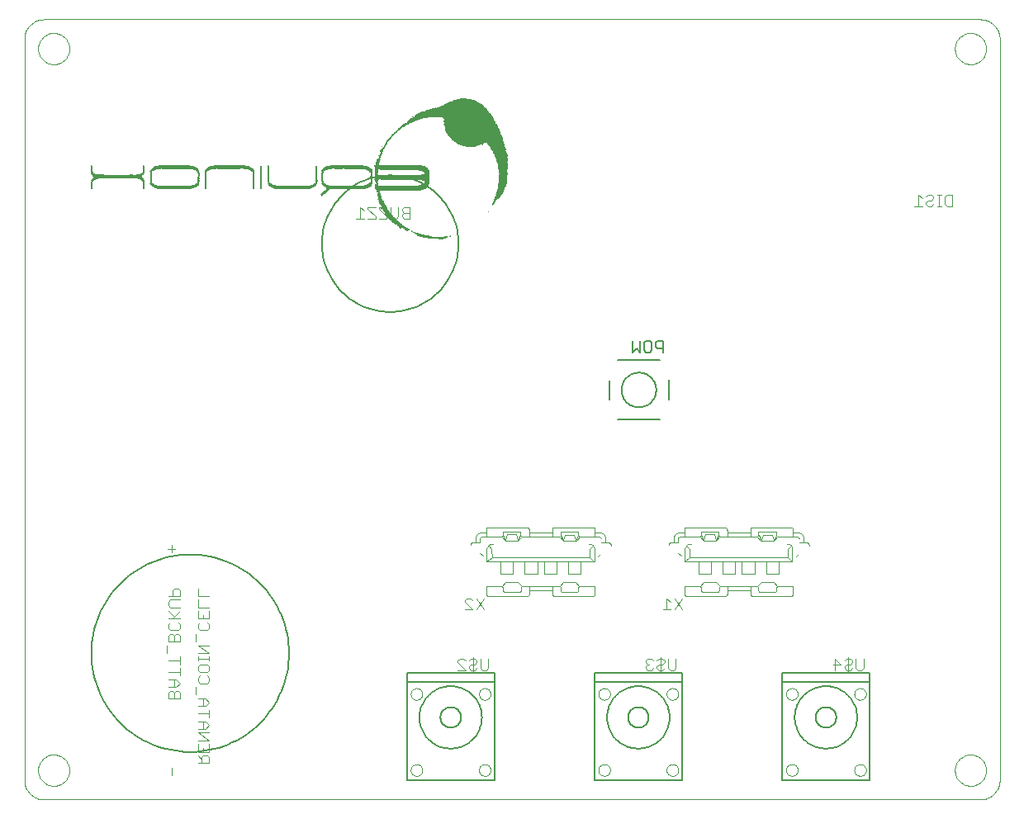
<source format=gbo>
G75*
G70*
%OFA0B0*%
%FSLAX24Y24*%
%IPPOS*%
%LPD*%
%AMOC8*
5,1,8,0,0,1.08239X$1,22.5*
%
%ADD10C,0.0000*%
%ADD11R,0.0060X0.0010*%
%ADD12R,0.0230X0.0010*%
%ADD13R,0.0270X0.0010*%
%ADD14R,0.0210X0.0010*%
%ADD15R,0.0320X0.0010*%
%ADD16R,0.0250X0.0010*%
%ADD17R,0.0390X0.0010*%
%ADD18R,0.0760X0.0010*%
%ADD19R,0.0890X0.0010*%
%ADD20R,0.0940X0.0010*%
%ADD21R,0.0990X0.0010*%
%ADD22R,0.0490X0.0010*%
%ADD23R,0.0160X0.0010*%
%ADD24R,0.0440X0.0010*%
%ADD25R,0.0080X0.0010*%
%ADD26R,0.0420X0.0010*%
%ADD27R,0.0090X0.0010*%
%ADD28R,0.0380X0.0010*%
%ADD29R,0.0010X0.0010*%
%ADD30R,0.0280X0.0010*%
%ADD31R,0.0200X0.0010*%
%ADD32R,0.0100X0.0010*%
%ADD33R,0.0170X0.0010*%
%ADD34R,0.0120X0.0010*%
%ADD35R,0.0150X0.0010*%
%ADD36R,0.0240X0.0010*%
%ADD37R,0.0140X0.0010*%
%ADD38R,0.0110X0.0010*%
%ADD39R,0.0040X0.0010*%
%ADD40R,0.0180X0.0010*%
%ADD41R,0.0190X0.0010*%
%ADD42R,0.0070X0.0010*%
%ADD43R,0.0260X0.0010*%
%ADD44R,0.0290X0.0010*%
%ADD45R,0.0220X0.0010*%
%ADD46R,0.0020X0.0010*%
%ADD47R,0.0030X0.0010*%
%ADD48R,0.0050X0.0010*%
%ADD49R,0.0130X0.0010*%
%ADD50R,0.1810X0.0010*%
%ADD51R,0.1830X0.0010*%
%ADD52R,0.1870X0.0010*%
%ADD53R,0.1910X0.0010*%
%ADD54R,0.1940X0.0010*%
%ADD55R,0.1270X0.0010*%
%ADD56R,0.1300X0.0010*%
%ADD57R,0.1280X0.0010*%
%ADD58R,0.1970X0.0010*%
%ADD59R,0.1370X0.0010*%
%ADD60R,0.1390X0.0010*%
%ADD61R,0.1550X0.0010*%
%ADD62R,0.2000X0.0010*%
%ADD63R,0.1430X0.0010*%
%ADD64R,0.1460X0.0010*%
%ADD65R,0.1570X0.0010*%
%ADD66R,0.2040X0.0010*%
%ADD67R,0.1510X0.0010*%
%ADD68R,0.1520X0.0010*%
%ADD69R,0.1610X0.0010*%
%ADD70R,0.2070X0.0010*%
%ADD71R,0.1580X0.0010*%
%ADD72R,0.1650X0.0010*%
%ADD73R,0.2090X0.0010*%
%ADD74R,0.1630X0.0010*%
%ADD75R,0.1690X0.0010*%
%ADD76R,0.2100X0.0010*%
%ADD77R,0.1680X0.0010*%
%ADD78R,0.1670X0.0010*%
%ADD79R,0.1720X0.0010*%
%ADD80R,0.2110X0.0010*%
%ADD81R,0.1770X0.0010*%
%ADD82R,0.2120X0.0010*%
%ADD83R,0.0300X0.0010*%
%ADD84R,0.1760X0.0010*%
%ADD85R,0.1750X0.0010*%
%ADD86R,0.1780X0.0010*%
%ADD87R,0.1800X0.0010*%
%ADD88R,0.1860X0.0010*%
%ADD89R,0.2130X0.0010*%
%ADD90R,0.0310X0.0010*%
%ADD91R,0.0330X0.0010*%
%ADD92R,0.0350X0.0010*%
%ADD93R,0.0360X0.0010*%
%ADD94R,0.0550X0.0010*%
%ADD95R,0.1960X0.0010*%
%ADD96R,0.0520X0.0010*%
%ADD97R,0.0410X0.0010*%
%ADD98R,0.2210X0.0010*%
%ADD99R,0.1930X0.0010*%
%ADD100R,0.2200X0.0010*%
%ADD101R,0.2190X0.0010*%
%ADD102R,0.1900X0.0010*%
%ADD103R,0.2180X0.0010*%
%ADD104R,0.1920X0.0010*%
%ADD105R,0.1950X0.0010*%
%ADD106R,0.0340X0.0010*%
%ADD107R,0.1980X0.0010*%
%ADD108R,0.1990X0.0010*%
%ADD109R,0.2010X0.0010*%
%ADD110R,0.2020X0.0010*%
%ADD111R,0.0460X0.0010*%
%ADD112R,0.1820X0.0010*%
%ADD113R,0.1410X0.0010*%
%ADD114R,0.0370X0.0010*%
%ADD115R,0.0930X0.0010*%
%ADD116R,0.1060X0.0010*%
%ADD117R,0.1790X0.0010*%
%ADD118R,0.1740X0.0010*%
%ADD119R,0.1700X0.0010*%
%ADD120R,0.2080X0.0010*%
%ADD121R,0.1640X0.0010*%
%ADD122R,0.2060X0.0010*%
%ADD123R,0.1590X0.0010*%
%ADD124R,0.1490X0.0010*%
%ADD125R,0.1560X0.0010*%
%ADD126R,0.1400X0.0010*%
%ADD127R,0.1480X0.0010*%
%ADD128R,0.1350X0.0010*%
%ADD129R,0.1330X0.0010*%
%ADD130R,0.0400X0.0010*%
%ADD131R,0.0430X0.0010*%
%ADD132R,0.0450X0.0010*%
%ADD133R,0.0470X0.0010*%
%ADD134R,0.0480X0.0010*%
%ADD135R,0.0500X0.0010*%
%ADD136R,0.0510X0.0010*%
%ADD137R,0.0530X0.0010*%
%ADD138R,0.0540X0.0010*%
%ADD139R,0.0560X0.0010*%
%ADD140R,0.0570X0.0010*%
%ADD141R,0.0580X0.0010*%
%ADD142R,0.0590X0.0010*%
%ADD143R,0.0600X0.0010*%
%ADD144R,0.0620X0.0010*%
%ADD145R,0.0630X0.0010*%
%ADD146R,0.0700X0.0010*%
%ADD147R,0.0640X0.0010*%
%ADD148R,0.0750X0.0010*%
%ADD149R,0.0650X0.0010*%
%ADD150R,0.0810X0.0010*%
%ADD151R,0.0850X0.0010*%
%ADD152R,0.0660X0.0010*%
%ADD153R,0.0910X0.0010*%
%ADD154R,0.0670X0.0010*%
%ADD155R,0.1010X0.0010*%
%ADD156R,0.1030X0.0010*%
%ADD157R,0.0680X0.0010*%
%ADD158R,0.1040X0.0010*%
%ADD159R,0.0690X0.0010*%
%ADD160R,0.1050X0.0010*%
%ADD161R,0.0710X0.0010*%
%ADD162R,0.1150X0.0010*%
%ADD163R,0.1180X0.0010*%
%ADD164R,0.0720X0.0010*%
%ADD165R,0.2030X0.0010*%
%ADD166R,0.2050X0.0010*%
%ADD167R,0.2140X0.0010*%
%ADD168R,0.2150X0.0010*%
%ADD169R,0.2160X0.0010*%
%ADD170R,0.2170X0.0010*%
%ADD171R,0.3130X0.0010*%
%ADD172R,0.3120X0.0010*%
%ADD173R,0.3110X0.0010*%
%ADD174R,0.3100X0.0010*%
%ADD175R,0.3080X0.0010*%
%ADD176R,0.3060X0.0010*%
%ADD177R,0.3030X0.0010*%
%ADD178R,0.3010X0.0010*%
%ADD179R,0.2990X0.0010*%
%ADD180R,0.2970X0.0010*%
%ADD181R,0.2950X0.0010*%
%ADD182R,0.2920X0.0010*%
%ADD183R,0.2910X0.0010*%
%ADD184R,0.2880X0.0010*%
%ADD185R,0.2850X0.0010*%
%ADD186R,0.2830X0.0010*%
%ADD187R,0.2800X0.0010*%
%ADD188R,0.2780X0.0010*%
%ADD189R,0.2740X0.0010*%
%ADD190R,0.2690X0.0010*%
%ADD191R,0.2630X0.0010*%
%ADD192R,0.2570X0.0010*%
%ADD193R,0.2540X0.0010*%
%ADD194R,0.2520X0.0010*%
%ADD195R,0.2500X0.0010*%
%ADD196R,0.2480X0.0010*%
%ADD197R,0.2360X0.0010*%
%ADD198R,0.2350X0.0010*%
%ADD199R,0.2310X0.0010*%
%ADD200R,0.2290X0.0010*%
%ADD201R,0.2260X0.0010*%
%ADD202R,0.2220X0.0010*%
%ADD203R,0.1530X0.0010*%
%ADD204R,0.1320X0.0010*%
%ADD205R,0.1230X0.0010*%
%ADD206R,0.1190X0.0010*%
%ADD207R,0.1160X0.0010*%
%ADD208R,0.1100X0.0010*%
%ADD209R,0.1070X0.0010*%
%ADD210R,0.1000X0.0010*%
%ADD211R,0.0960X0.0010*%
%ADD212R,0.0920X0.0010*%
%ADD213R,0.0800X0.0010*%
%ADD214C,0.0040*%
%ADD215C,0.0050*%
%ADD216C,0.0080*%
D10*
X005277Y004117D02*
X043073Y004117D01*
X043127Y004119D01*
X043180Y004124D01*
X043233Y004133D01*
X043285Y004146D01*
X043337Y004162D01*
X043387Y004182D01*
X043435Y004205D01*
X043482Y004232D01*
X043527Y004261D01*
X043570Y004294D01*
X043610Y004329D01*
X043648Y004367D01*
X043683Y004407D01*
X043716Y004450D01*
X043745Y004495D01*
X043772Y004542D01*
X043795Y004590D01*
X043815Y004640D01*
X043831Y004692D01*
X043844Y004744D01*
X043853Y004797D01*
X043858Y004850D01*
X043860Y004904D01*
X043860Y034826D01*
X043858Y034880D01*
X043853Y034933D01*
X043844Y034986D01*
X043831Y035038D01*
X043815Y035090D01*
X043795Y035140D01*
X043772Y035188D01*
X043745Y035235D01*
X043716Y035280D01*
X043683Y035323D01*
X043648Y035363D01*
X043610Y035401D01*
X043570Y035436D01*
X043527Y035469D01*
X043482Y035498D01*
X043435Y035525D01*
X043387Y035548D01*
X043337Y035568D01*
X043285Y035584D01*
X043233Y035597D01*
X043180Y035606D01*
X043127Y035611D01*
X043073Y035613D01*
X005277Y035613D01*
X005223Y035611D01*
X005170Y035606D01*
X005117Y035597D01*
X005065Y035584D01*
X005013Y035568D01*
X004963Y035548D01*
X004915Y035525D01*
X004868Y035498D01*
X004823Y035469D01*
X004780Y035436D01*
X004740Y035401D01*
X004702Y035363D01*
X004667Y035323D01*
X004634Y035280D01*
X004605Y035235D01*
X004578Y035188D01*
X004555Y035140D01*
X004535Y035090D01*
X004519Y035038D01*
X004506Y034986D01*
X004497Y034933D01*
X004492Y034880D01*
X004490Y034826D01*
X004490Y004904D01*
X004492Y004850D01*
X004497Y004797D01*
X004506Y004744D01*
X004519Y004692D01*
X004535Y004640D01*
X004555Y004590D01*
X004578Y004542D01*
X004605Y004495D01*
X004634Y004450D01*
X004667Y004407D01*
X004702Y004367D01*
X004740Y004329D01*
X004780Y004294D01*
X004823Y004261D01*
X004868Y004232D01*
X004915Y004205D01*
X004963Y004182D01*
X005013Y004162D01*
X005065Y004146D01*
X005117Y004133D01*
X005170Y004124D01*
X005223Y004119D01*
X005277Y004117D01*
X005041Y005298D02*
X005043Y005348D01*
X005049Y005398D01*
X005059Y005447D01*
X005073Y005495D01*
X005090Y005542D01*
X005111Y005587D01*
X005136Y005631D01*
X005164Y005672D01*
X005196Y005711D01*
X005230Y005748D01*
X005267Y005782D01*
X005307Y005812D01*
X005349Y005839D01*
X005393Y005863D01*
X005439Y005884D01*
X005486Y005900D01*
X005534Y005913D01*
X005584Y005922D01*
X005633Y005927D01*
X005684Y005928D01*
X005734Y005925D01*
X005783Y005918D01*
X005832Y005907D01*
X005880Y005892D01*
X005926Y005874D01*
X005971Y005852D01*
X006014Y005826D01*
X006055Y005797D01*
X006094Y005765D01*
X006130Y005730D01*
X006162Y005692D01*
X006192Y005652D01*
X006219Y005609D01*
X006242Y005565D01*
X006261Y005519D01*
X006277Y005471D01*
X006289Y005422D01*
X006297Y005373D01*
X006301Y005323D01*
X006301Y005273D01*
X006297Y005223D01*
X006289Y005174D01*
X006277Y005125D01*
X006261Y005077D01*
X006242Y005031D01*
X006219Y004987D01*
X006192Y004944D01*
X006162Y004904D01*
X006130Y004866D01*
X006094Y004831D01*
X006055Y004799D01*
X006014Y004770D01*
X005971Y004744D01*
X005926Y004722D01*
X005880Y004704D01*
X005832Y004689D01*
X005783Y004678D01*
X005734Y004671D01*
X005684Y004668D01*
X005633Y004669D01*
X005584Y004674D01*
X005534Y004683D01*
X005486Y004696D01*
X005439Y004712D01*
X005393Y004733D01*
X005349Y004757D01*
X005307Y004784D01*
X005267Y004814D01*
X005230Y004848D01*
X005196Y004885D01*
X005164Y004924D01*
X005136Y004965D01*
X005111Y005009D01*
X005090Y005054D01*
X005073Y005101D01*
X005059Y005149D01*
X005049Y005198D01*
X005043Y005248D01*
X005041Y005298D01*
X020083Y005306D02*
X020085Y005336D01*
X020091Y005366D01*
X020100Y005395D01*
X020113Y005422D01*
X020130Y005447D01*
X020149Y005470D01*
X020172Y005491D01*
X020197Y005508D01*
X020223Y005522D01*
X020252Y005532D01*
X020281Y005539D01*
X020311Y005542D01*
X020342Y005541D01*
X020372Y005536D01*
X020401Y005527D01*
X020428Y005515D01*
X020454Y005500D01*
X020478Y005481D01*
X020499Y005459D01*
X020517Y005435D01*
X020532Y005408D01*
X020543Y005380D01*
X020551Y005351D01*
X020555Y005321D01*
X020555Y005291D01*
X020551Y005261D01*
X020543Y005232D01*
X020532Y005204D01*
X020517Y005177D01*
X020499Y005153D01*
X020478Y005131D01*
X020454Y005112D01*
X020428Y005097D01*
X020401Y005085D01*
X020372Y005076D01*
X020342Y005071D01*
X020311Y005070D01*
X020281Y005073D01*
X020252Y005080D01*
X020223Y005090D01*
X020197Y005104D01*
X020172Y005121D01*
X020149Y005142D01*
X020130Y005165D01*
X020113Y005190D01*
X020100Y005217D01*
X020091Y005246D01*
X020085Y005276D01*
X020083Y005306D01*
X022839Y005306D02*
X022841Y005336D01*
X022847Y005366D01*
X022856Y005395D01*
X022869Y005422D01*
X022886Y005447D01*
X022905Y005470D01*
X022928Y005491D01*
X022953Y005508D01*
X022979Y005522D01*
X023008Y005532D01*
X023037Y005539D01*
X023067Y005542D01*
X023098Y005541D01*
X023128Y005536D01*
X023157Y005527D01*
X023184Y005515D01*
X023210Y005500D01*
X023234Y005481D01*
X023255Y005459D01*
X023273Y005435D01*
X023288Y005408D01*
X023299Y005380D01*
X023307Y005351D01*
X023311Y005321D01*
X023311Y005291D01*
X023307Y005261D01*
X023299Y005232D01*
X023288Y005204D01*
X023273Y005177D01*
X023255Y005153D01*
X023234Y005131D01*
X023210Y005112D01*
X023184Y005097D01*
X023157Y005085D01*
X023128Y005076D01*
X023098Y005071D01*
X023067Y005070D01*
X023037Y005073D01*
X023008Y005080D01*
X022979Y005090D01*
X022953Y005104D01*
X022928Y005121D01*
X022905Y005142D01*
X022886Y005165D01*
X022869Y005190D01*
X022856Y005217D01*
X022847Y005246D01*
X022841Y005276D01*
X022839Y005306D01*
X022839Y008377D02*
X022841Y008407D01*
X022847Y008437D01*
X022856Y008466D01*
X022869Y008493D01*
X022886Y008518D01*
X022905Y008541D01*
X022928Y008562D01*
X022953Y008579D01*
X022979Y008593D01*
X023008Y008603D01*
X023037Y008610D01*
X023067Y008613D01*
X023098Y008612D01*
X023128Y008607D01*
X023157Y008598D01*
X023184Y008586D01*
X023210Y008571D01*
X023234Y008552D01*
X023255Y008530D01*
X023273Y008506D01*
X023288Y008479D01*
X023299Y008451D01*
X023307Y008422D01*
X023311Y008392D01*
X023311Y008362D01*
X023307Y008332D01*
X023299Y008303D01*
X023288Y008275D01*
X023273Y008248D01*
X023255Y008224D01*
X023234Y008202D01*
X023210Y008183D01*
X023184Y008168D01*
X023157Y008156D01*
X023128Y008147D01*
X023098Y008142D01*
X023067Y008141D01*
X023037Y008144D01*
X023008Y008151D01*
X022979Y008161D01*
X022953Y008175D01*
X022928Y008192D01*
X022905Y008213D01*
X022886Y008236D01*
X022869Y008261D01*
X022856Y008288D01*
X022847Y008317D01*
X022841Y008347D01*
X022839Y008377D01*
X020083Y008377D02*
X020085Y008407D01*
X020091Y008437D01*
X020100Y008466D01*
X020113Y008493D01*
X020130Y008518D01*
X020149Y008541D01*
X020172Y008562D01*
X020197Y008579D01*
X020223Y008593D01*
X020252Y008603D01*
X020281Y008610D01*
X020311Y008613D01*
X020342Y008612D01*
X020372Y008607D01*
X020401Y008598D01*
X020428Y008586D01*
X020454Y008571D01*
X020478Y008552D01*
X020499Y008530D01*
X020517Y008506D01*
X020532Y008479D01*
X020543Y008451D01*
X020551Y008422D01*
X020555Y008392D01*
X020555Y008362D01*
X020551Y008332D01*
X020543Y008303D01*
X020532Y008275D01*
X020517Y008248D01*
X020499Y008224D01*
X020478Y008202D01*
X020454Y008183D01*
X020428Y008168D01*
X020401Y008156D01*
X020372Y008147D01*
X020342Y008142D01*
X020311Y008141D01*
X020281Y008144D01*
X020252Y008151D01*
X020223Y008161D01*
X020197Y008175D01*
X020172Y008192D01*
X020149Y008213D01*
X020130Y008236D01*
X020113Y008261D01*
X020100Y008288D01*
X020091Y008317D01*
X020085Y008347D01*
X020083Y008377D01*
X027658Y008377D02*
X027660Y008407D01*
X027666Y008437D01*
X027675Y008466D01*
X027688Y008493D01*
X027705Y008518D01*
X027724Y008541D01*
X027747Y008562D01*
X027772Y008579D01*
X027798Y008593D01*
X027827Y008603D01*
X027856Y008610D01*
X027886Y008613D01*
X027917Y008612D01*
X027947Y008607D01*
X027976Y008598D01*
X028003Y008586D01*
X028029Y008571D01*
X028053Y008552D01*
X028074Y008530D01*
X028092Y008506D01*
X028107Y008479D01*
X028118Y008451D01*
X028126Y008422D01*
X028130Y008392D01*
X028130Y008362D01*
X028126Y008332D01*
X028118Y008303D01*
X028107Y008275D01*
X028092Y008248D01*
X028074Y008224D01*
X028053Y008202D01*
X028029Y008183D01*
X028003Y008168D01*
X027976Y008156D01*
X027947Y008147D01*
X027917Y008142D01*
X027886Y008141D01*
X027856Y008144D01*
X027827Y008151D01*
X027798Y008161D01*
X027772Y008175D01*
X027747Y008192D01*
X027724Y008213D01*
X027705Y008236D01*
X027688Y008261D01*
X027675Y008288D01*
X027666Y008317D01*
X027660Y008347D01*
X027658Y008377D01*
X030413Y008377D02*
X030415Y008407D01*
X030421Y008437D01*
X030430Y008466D01*
X030443Y008493D01*
X030460Y008518D01*
X030479Y008541D01*
X030502Y008562D01*
X030527Y008579D01*
X030553Y008593D01*
X030582Y008603D01*
X030611Y008610D01*
X030641Y008613D01*
X030672Y008612D01*
X030702Y008607D01*
X030731Y008598D01*
X030758Y008586D01*
X030784Y008571D01*
X030808Y008552D01*
X030829Y008530D01*
X030847Y008506D01*
X030862Y008479D01*
X030873Y008451D01*
X030881Y008422D01*
X030885Y008392D01*
X030885Y008362D01*
X030881Y008332D01*
X030873Y008303D01*
X030862Y008275D01*
X030847Y008248D01*
X030829Y008224D01*
X030808Y008202D01*
X030784Y008183D01*
X030758Y008168D01*
X030731Y008156D01*
X030702Y008147D01*
X030672Y008142D01*
X030641Y008141D01*
X030611Y008144D01*
X030582Y008151D01*
X030553Y008161D01*
X030527Y008175D01*
X030502Y008192D01*
X030479Y008213D01*
X030460Y008236D01*
X030443Y008261D01*
X030430Y008288D01*
X030421Y008317D01*
X030415Y008347D01*
X030413Y008377D01*
X030413Y005306D02*
X030415Y005336D01*
X030421Y005366D01*
X030430Y005395D01*
X030443Y005422D01*
X030460Y005447D01*
X030479Y005470D01*
X030502Y005491D01*
X030527Y005508D01*
X030553Y005522D01*
X030582Y005532D01*
X030611Y005539D01*
X030641Y005542D01*
X030672Y005541D01*
X030702Y005536D01*
X030731Y005527D01*
X030758Y005515D01*
X030784Y005500D01*
X030808Y005481D01*
X030829Y005459D01*
X030847Y005435D01*
X030862Y005408D01*
X030873Y005380D01*
X030881Y005351D01*
X030885Y005321D01*
X030885Y005291D01*
X030881Y005261D01*
X030873Y005232D01*
X030862Y005204D01*
X030847Y005177D01*
X030829Y005153D01*
X030808Y005131D01*
X030784Y005112D01*
X030758Y005097D01*
X030731Y005085D01*
X030702Y005076D01*
X030672Y005071D01*
X030641Y005070D01*
X030611Y005073D01*
X030582Y005080D01*
X030553Y005090D01*
X030527Y005104D01*
X030502Y005121D01*
X030479Y005142D01*
X030460Y005165D01*
X030443Y005190D01*
X030430Y005217D01*
X030421Y005246D01*
X030415Y005276D01*
X030413Y005306D01*
X027658Y005306D02*
X027660Y005336D01*
X027666Y005366D01*
X027675Y005395D01*
X027688Y005422D01*
X027705Y005447D01*
X027724Y005470D01*
X027747Y005491D01*
X027772Y005508D01*
X027798Y005522D01*
X027827Y005532D01*
X027856Y005539D01*
X027886Y005542D01*
X027917Y005541D01*
X027947Y005536D01*
X027976Y005527D01*
X028003Y005515D01*
X028029Y005500D01*
X028053Y005481D01*
X028074Y005459D01*
X028092Y005435D01*
X028107Y005408D01*
X028118Y005380D01*
X028126Y005351D01*
X028130Y005321D01*
X028130Y005291D01*
X028126Y005261D01*
X028118Y005232D01*
X028107Y005204D01*
X028092Y005177D01*
X028074Y005153D01*
X028053Y005131D01*
X028029Y005112D01*
X028003Y005097D01*
X027976Y005085D01*
X027947Y005076D01*
X027917Y005071D01*
X027886Y005070D01*
X027856Y005073D01*
X027827Y005080D01*
X027798Y005090D01*
X027772Y005104D01*
X027747Y005121D01*
X027724Y005142D01*
X027705Y005165D01*
X027688Y005190D01*
X027675Y005217D01*
X027666Y005246D01*
X027660Y005276D01*
X027658Y005306D01*
X035232Y005306D02*
X035234Y005336D01*
X035240Y005366D01*
X035249Y005395D01*
X035262Y005422D01*
X035279Y005447D01*
X035298Y005470D01*
X035321Y005491D01*
X035346Y005508D01*
X035372Y005522D01*
X035401Y005532D01*
X035430Y005539D01*
X035460Y005542D01*
X035491Y005541D01*
X035521Y005536D01*
X035550Y005527D01*
X035577Y005515D01*
X035603Y005500D01*
X035627Y005481D01*
X035648Y005459D01*
X035666Y005435D01*
X035681Y005408D01*
X035692Y005380D01*
X035700Y005351D01*
X035704Y005321D01*
X035704Y005291D01*
X035700Y005261D01*
X035692Y005232D01*
X035681Y005204D01*
X035666Y005177D01*
X035648Y005153D01*
X035627Y005131D01*
X035603Y005112D01*
X035577Y005097D01*
X035550Y005085D01*
X035521Y005076D01*
X035491Y005071D01*
X035460Y005070D01*
X035430Y005073D01*
X035401Y005080D01*
X035372Y005090D01*
X035346Y005104D01*
X035321Y005121D01*
X035298Y005142D01*
X035279Y005165D01*
X035262Y005190D01*
X035249Y005217D01*
X035240Y005246D01*
X035234Y005276D01*
X035232Y005306D01*
X037988Y005306D02*
X037990Y005336D01*
X037996Y005366D01*
X038005Y005395D01*
X038018Y005422D01*
X038035Y005447D01*
X038054Y005470D01*
X038077Y005491D01*
X038102Y005508D01*
X038128Y005522D01*
X038157Y005532D01*
X038186Y005539D01*
X038216Y005542D01*
X038247Y005541D01*
X038277Y005536D01*
X038306Y005527D01*
X038333Y005515D01*
X038359Y005500D01*
X038383Y005481D01*
X038404Y005459D01*
X038422Y005435D01*
X038437Y005408D01*
X038448Y005380D01*
X038456Y005351D01*
X038460Y005321D01*
X038460Y005291D01*
X038456Y005261D01*
X038448Y005232D01*
X038437Y005204D01*
X038422Y005177D01*
X038404Y005153D01*
X038383Y005131D01*
X038359Y005112D01*
X038333Y005097D01*
X038306Y005085D01*
X038277Y005076D01*
X038247Y005071D01*
X038216Y005070D01*
X038186Y005073D01*
X038157Y005080D01*
X038128Y005090D01*
X038102Y005104D01*
X038077Y005121D01*
X038054Y005142D01*
X038035Y005165D01*
X038018Y005190D01*
X038005Y005217D01*
X037996Y005246D01*
X037990Y005276D01*
X037988Y005306D01*
X037988Y008377D02*
X037990Y008407D01*
X037996Y008437D01*
X038005Y008466D01*
X038018Y008493D01*
X038035Y008518D01*
X038054Y008541D01*
X038077Y008562D01*
X038102Y008579D01*
X038128Y008593D01*
X038157Y008603D01*
X038186Y008610D01*
X038216Y008613D01*
X038247Y008612D01*
X038277Y008607D01*
X038306Y008598D01*
X038333Y008586D01*
X038359Y008571D01*
X038383Y008552D01*
X038404Y008530D01*
X038422Y008506D01*
X038437Y008479D01*
X038448Y008451D01*
X038456Y008422D01*
X038460Y008392D01*
X038460Y008362D01*
X038456Y008332D01*
X038448Y008303D01*
X038437Y008275D01*
X038422Y008248D01*
X038404Y008224D01*
X038383Y008202D01*
X038359Y008183D01*
X038333Y008168D01*
X038306Y008156D01*
X038277Y008147D01*
X038247Y008142D01*
X038216Y008141D01*
X038186Y008144D01*
X038157Y008151D01*
X038128Y008161D01*
X038102Y008175D01*
X038077Y008192D01*
X038054Y008213D01*
X038035Y008236D01*
X038018Y008261D01*
X038005Y008288D01*
X037996Y008317D01*
X037990Y008347D01*
X037988Y008377D01*
X035232Y008377D02*
X035234Y008407D01*
X035240Y008437D01*
X035249Y008466D01*
X035262Y008493D01*
X035279Y008518D01*
X035298Y008541D01*
X035321Y008562D01*
X035346Y008579D01*
X035372Y008593D01*
X035401Y008603D01*
X035430Y008610D01*
X035460Y008613D01*
X035491Y008612D01*
X035521Y008607D01*
X035550Y008598D01*
X035577Y008586D01*
X035603Y008571D01*
X035627Y008552D01*
X035648Y008530D01*
X035666Y008506D01*
X035681Y008479D01*
X035692Y008451D01*
X035700Y008422D01*
X035704Y008392D01*
X035704Y008362D01*
X035700Y008332D01*
X035692Y008303D01*
X035681Y008275D01*
X035666Y008248D01*
X035648Y008224D01*
X035627Y008202D01*
X035603Y008183D01*
X035577Y008168D01*
X035550Y008156D01*
X035521Y008147D01*
X035491Y008142D01*
X035460Y008141D01*
X035430Y008144D01*
X035401Y008151D01*
X035372Y008161D01*
X035346Y008175D01*
X035321Y008192D01*
X035298Y008213D01*
X035279Y008236D01*
X035262Y008261D01*
X035249Y008288D01*
X035240Y008317D01*
X035234Y008347D01*
X035232Y008377D01*
X042049Y005298D02*
X042051Y005348D01*
X042057Y005398D01*
X042067Y005447D01*
X042081Y005495D01*
X042098Y005542D01*
X042119Y005587D01*
X042144Y005631D01*
X042172Y005672D01*
X042204Y005711D01*
X042238Y005748D01*
X042275Y005782D01*
X042315Y005812D01*
X042357Y005839D01*
X042401Y005863D01*
X042447Y005884D01*
X042494Y005900D01*
X042542Y005913D01*
X042592Y005922D01*
X042641Y005927D01*
X042692Y005928D01*
X042742Y005925D01*
X042791Y005918D01*
X042840Y005907D01*
X042888Y005892D01*
X042934Y005874D01*
X042979Y005852D01*
X043022Y005826D01*
X043063Y005797D01*
X043102Y005765D01*
X043138Y005730D01*
X043170Y005692D01*
X043200Y005652D01*
X043227Y005609D01*
X043250Y005565D01*
X043269Y005519D01*
X043285Y005471D01*
X043297Y005422D01*
X043305Y005373D01*
X043309Y005323D01*
X043309Y005273D01*
X043305Y005223D01*
X043297Y005174D01*
X043285Y005125D01*
X043269Y005077D01*
X043250Y005031D01*
X043227Y004987D01*
X043200Y004944D01*
X043170Y004904D01*
X043138Y004866D01*
X043102Y004831D01*
X043063Y004799D01*
X043022Y004770D01*
X042979Y004744D01*
X042934Y004722D01*
X042888Y004704D01*
X042840Y004689D01*
X042791Y004678D01*
X042742Y004671D01*
X042692Y004668D01*
X042641Y004669D01*
X042592Y004674D01*
X042542Y004683D01*
X042494Y004696D01*
X042447Y004712D01*
X042401Y004733D01*
X042357Y004757D01*
X042315Y004784D01*
X042275Y004814D01*
X042238Y004848D01*
X042204Y004885D01*
X042172Y004924D01*
X042144Y004965D01*
X042119Y005009D01*
X042098Y005054D01*
X042081Y005101D01*
X042067Y005149D01*
X042057Y005198D01*
X042051Y005248D01*
X042049Y005298D01*
X042049Y034432D02*
X042051Y034482D01*
X042057Y034532D01*
X042067Y034581D01*
X042081Y034629D01*
X042098Y034676D01*
X042119Y034721D01*
X042144Y034765D01*
X042172Y034806D01*
X042204Y034845D01*
X042238Y034882D01*
X042275Y034916D01*
X042315Y034946D01*
X042357Y034973D01*
X042401Y034997D01*
X042447Y035018D01*
X042494Y035034D01*
X042542Y035047D01*
X042592Y035056D01*
X042641Y035061D01*
X042692Y035062D01*
X042742Y035059D01*
X042791Y035052D01*
X042840Y035041D01*
X042888Y035026D01*
X042934Y035008D01*
X042979Y034986D01*
X043022Y034960D01*
X043063Y034931D01*
X043102Y034899D01*
X043138Y034864D01*
X043170Y034826D01*
X043200Y034786D01*
X043227Y034743D01*
X043250Y034699D01*
X043269Y034653D01*
X043285Y034605D01*
X043297Y034556D01*
X043305Y034507D01*
X043309Y034457D01*
X043309Y034407D01*
X043305Y034357D01*
X043297Y034308D01*
X043285Y034259D01*
X043269Y034211D01*
X043250Y034165D01*
X043227Y034121D01*
X043200Y034078D01*
X043170Y034038D01*
X043138Y034000D01*
X043102Y033965D01*
X043063Y033933D01*
X043022Y033904D01*
X042979Y033878D01*
X042934Y033856D01*
X042888Y033838D01*
X042840Y033823D01*
X042791Y033812D01*
X042742Y033805D01*
X042692Y033802D01*
X042641Y033803D01*
X042592Y033808D01*
X042542Y033817D01*
X042494Y033830D01*
X042447Y033846D01*
X042401Y033867D01*
X042357Y033891D01*
X042315Y033918D01*
X042275Y033948D01*
X042238Y033982D01*
X042204Y034019D01*
X042172Y034058D01*
X042144Y034099D01*
X042119Y034143D01*
X042098Y034188D01*
X042081Y034235D01*
X042067Y034283D01*
X042057Y034332D01*
X042051Y034382D01*
X042049Y034432D01*
X005041Y034432D02*
X005043Y034482D01*
X005049Y034532D01*
X005059Y034581D01*
X005073Y034629D01*
X005090Y034676D01*
X005111Y034721D01*
X005136Y034765D01*
X005164Y034806D01*
X005196Y034845D01*
X005230Y034882D01*
X005267Y034916D01*
X005307Y034946D01*
X005349Y034973D01*
X005393Y034997D01*
X005439Y035018D01*
X005486Y035034D01*
X005534Y035047D01*
X005584Y035056D01*
X005633Y035061D01*
X005684Y035062D01*
X005734Y035059D01*
X005783Y035052D01*
X005832Y035041D01*
X005880Y035026D01*
X005926Y035008D01*
X005971Y034986D01*
X006014Y034960D01*
X006055Y034931D01*
X006094Y034899D01*
X006130Y034864D01*
X006162Y034826D01*
X006192Y034786D01*
X006219Y034743D01*
X006242Y034699D01*
X006261Y034653D01*
X006277Y034605D01*
X006289Y034556D01*
X006297Y034507D01*
X006301Y034457D01*
X006301Y034407D01*
X006297Y034357D01*
X006289Y034308D01*
X006277Y034259D01*
X006261Y034211D01*
X006242Y034165D01*
X006219Y034121D01*
X006192Y034078D01*
X006162Y034038D01*
X006130Y034000D01*
X006094Y033965D01*
X006055Y033933D01*
X006014Y033904D01*
X005971Y033878D01*
X005926Y033856D01*
X005880Y033838D01*
X005832Y033823D01*
X005783Y033812D01*
X005734Y033805D01*
X005684Y033802D01*
X005633Y033803D01*
X005584Y033808D01*
X005534Y033817D01*
X005486Y033830D01*
X005439Y033846D01*
X005393Y033867D01*
X005349Y033891D01*
X005307Y033918D01*
X005267Y033948D01*
X005230Y033982D01*
X005196Y034019D01*
X005164Y034058D01*
X005136Y034099D01*
X005111Y034143D01*
X005090Y034188D01*
X005073Y034235D01*
X005059Y034283D01*
X005049Y034332D01*
X005043Y034382D01*
X005041Y034432D01*
D11*
X007210Y029648D03*
X007210Y029638D03*
X007210Y029628D03*
X007210Y029618D03*
X007210Y029608D03*
X007210Y029598D03*
X007210Y029588D03*
X007210Y029548D03*
X007210Y029538D03*
X007210Y029528D03*
X007210Y029518D03*
X007210Y029508D03*
X007210Y029498D03*
X007210Y029488D03*
X007210Y029478D03*
X007210Y029468D03*
X007220Y029438D03*
X007220Y029038D03*
X007220Y029028D03*
X007220Y029018D03*
X007210Y028998D03*
X007210Y028988D03*
X007210Y028978D03*
X007210Y028958D03*
X007210Y028948D03*
X007210Y028938D03*
X007210Y028928D03*
X007210Y028918D03*
X007210Y028908D03*
X007210Y028898D03*
X007210Y028888D03*
X007210Y028878D03*
X007210Y028868D03*
X007210Y028838D03*
X007210Y028828D03*
X007210Y028818D03*
X007210Y028808D03*
X007210Y028798D03*
X007210Y028788D03*
X009300Y029008D03*
X009300Y029018D03*
X009300Y029028D03*
X009310Y028938D03*
X009310Y028928D03*
X009310Y028918D03*
X009310Y028908D03*
X009600Y029078D03*
X009590Y029098D03*
X009590Y029108D03*
X009590Y029118D03*
X009590Y029128D03*
X009590Y029138D03*
X009590Y029148D03*
X009590Y029158D03*
X009590Y029168D03*
X009590Y029178D03*
X009590Y029188D03*
X009590Y029198D03*
X009590Y029208D03*
X009590Y029218D03*
X009590Y029228D03*
X009590Y029238D03*
X009590Y029248D03*
X009590Y029258D03*
X009590Y029268D03*
X009590Y029278D03*
X009590Y029288D03*
X009590Y029298D03*
X009590Y029308D03*
X009590Y029318D03*
X009590Y029328D03*
X009590Y029338D03*
X009590Y029348D03*
X009600Y029408D03*
X009600Y029418D03*
X009300Y029438D03*
X009310Y029618D03*
X009310Y029628D03*
X009310Y029638D03*
X009310Y029648D03*
X011520Y029408D03*
X011520Y029238D03*
X011520Y029228D03*
X011520Y029218D03*
X011520Y029208D03*
X011520Y029198D03*
X011520Y029148D03*
X011520Y029138D03*
X011520Y029128D03*
X011520Y029118D03*
X011520Y029108D03*
X011520Y029058D03*
X011520Y029048D03*
X011520Y029038D03*
X011520Y029028D03*
X011520Y029018D03*
X011800Y029018D03*
X011800Y029028D03*
X011800Y029038D03*
X011800Y029048D03*
X011800Y029058D03*
X011800Y029068D03*
X011800Y029078D03*
X011800Y029088D03*
X011800Y029098D03*
X011800Y029108D03*
X011800Y029118D03*
X011800Y029128D03*
X011800Y029138D03*
X011800Y029148D03*
X011800Y029158D03*
X011800Y029168D03*
X011800Y029178D03*
X011800Y029188D03*
X011800Y029198D03*
X011800Y029208D03*
X011800Y029218D03*
X011800Y029228D03*
X011800Y029238D03*
X011800Y029248D03*
X011800Y029258D03*
X011800Y029268D03*
X011800Y029278D03*
X011800Y029288D03*
X011800Y029298D03*
X011800Y029308D03*
X011800Y029318D03*
X011800Y029328D03*
X011800Y029338D03*
X011800Y029348D03*
X011800Y029358D03*
X011800Y029368D03*
X011800Y029378D03*
X011800Y029008D03*
X011800Y028998D03*
X011800Y028988D03*
X011800Y028978D03*
X011800Y028968D03*
X011800Y028958D03*
X011800Y028948D03*
X011800Y028938D03*
X011800Y028928D03*
X011800Y028918D03*
X011800Y028908D03*
X011800Y028898D03*
X011800Y028888D03*
X011800Y028878D03*
X011800Y028868D03*
X011800Y028858D03*
X011800Y028848D03*
X011800Y028838D03*
X011800Y028828D03*
X011800Y028818D03*
X011800Y028808D03*
X011800Y028798D03*
X011800Y028788D03*
X013740Y028788D03*
X013740Y028798D03*
X013740Y028808D03*
X013740Y028818D03*
X013740Y028828D03*
X013740Y028838D03*
X013740Y028848D03*
X013740Y028858D03*
X013740Y028868D03*
X013740Y028878D03*
X013740Y028888D03*
X013740Y028898D03*
X013740Y028908D03*
X013740Y028918D03*
X013740Y028928D03*
X013740Y028938D03*
X013740Y028948D03*
X013740Y028958D03*
X013740Y028968D03*
X013740Y028978D03*
X013740Y028988D03*
X013740Y028998D03*
X013740Y029008D03*
X013740Y029018D03*
X013740Y029028D03*
X013740Y029038D03*
X013740Y029048D03*
X013740Y029058D03*
X013740Y029068D03*
X013740Y029078D03*
X013740Y029088D03*
X013740Y029098D03*
X013740Y029108D03*
X013740Y029118D03*
X013740Y029128D03*
X013740Y029138D03*
X013740Y029148D03*
X013740Y029158D03*
X013740Y029168D03*
X013740Y029178D03*
X013740Y029188D03*
X013740Y029198D03*
X013740Y029208D03*
X013740Y029218D03*
X013740Y029228D03*
X013740Y029288D03*
X013740Y029298D03*
X013740Y029308D03*
X013740Y029318D03*
X013740Y029328D03*
X013740Y029368D03*
X013740Y029378D03*
X013740Y029388D03*
X014040Y029608D03*
X014040Y029618D03*
X014040Y029628D03*
X014040Y029638D03*
X014040Y029648D03*
X014340Y029648D03*
X014340Y029658D03*
X014340Y029638D03*
X014340Y029628D03*
X014340Y029618D03*
X014340Y029608D03*
X014340Y029598D03*
X014340Y029588D03*
X014340Y029578D03*
X014340Y029568D03*
X014340Y029558D03*
X014340Y029548D03*
X014340Y029538D03*
X014340Y029528D03*
X014340Y029518D03*
X014340Y029508D03*
X014340Y029498D03*
X014340Y029488D03*
X014340Y029478D03*
X014340Y029468D03*
X014340Y029458D03*
X014340Y029448D03*
X014340Y029438D03*
X014340Y029428D03*
X014340Y029418D03*
X014340Y029408D03*
X014340Y029398D03*
X014340Y029388D03*
X014340Y029378D03*
X014340Y029368D03*
X014340Y029358D03*
X014340Y029348D03*
X014340Y029338D03*
X014340Y029328D03*
X014340Y029318D03*
X014340Y029308D03*
X014340Y029298D03*
X014340Y029288D03*
X014340Y029278D03*
X014340Y029268D03*
X014340Y029258D03*
X014340Y029248D03*
X014340Y029238D03*
X014340Y029228D03*
X014340Y029218D03*
X014340Y029208D03*
X014340Y029198D03*
X014340Y029128D03*
X014340Y029118D03*
X014340Y029108D03*
X014340Y029098D03*
X014340Y029088D03*
X014340Y029078D03*
X014340Y029068D03*
X014340Y029058D03*
X014350Y029038D03*
X014350Y029028D03*
X013740Y028778D03*
X016280Y029038D03*
X016280Y029048D03*
X016280Y029058D03*
X016290Y029078D03*
X016290Y029088D03*
X016280Y029108D03*
X016280Y029118D03*
X016280Y029128D03*
X016280Y029138D03*
X016280Y029148D03*
X016280Y029158D03*
X016280Y029168D03*
X016280Y029178D03*
X016280Y029188D03*
X016280Y029198D03*
X016280Y029208D03*
X016280Y029218D03*
X016280Y029228D03*
X016280Y029238D03*
X016280Y029248D03*
X016280Y029258D03*
X016280Y029268D03*
X016280Y029278D03*
X016280Y029288D03*
X016280Y029298D03*
X016280Y029308D03*
X016280Y029318D03*
X016280Y029328D03*
X016280Y029338D03*
X016280Y029348D03*
X016280Y029358D03*
X016280Y029368D03*
X016280Y029378D03*
X016280Y029388D03*
X016280Y029398D03*
X016280Y029408D03*
X016280Y029418D03*
X016280Y029428D03*
X016280Y029438D03*
X016280Y029448D03*
X016280Y029458D03*
X016280Y029468D03*
X016280Y029478D03*
X016280Y029488D03*
X016280Y029498D03*
X016280Y029508D03*
X016280Y029518D03*
X016280Y029528D03*
X016280Y029538D03*
X016280Y029548D03*
X016280Y029558D03*
X016280Y029568D03*
X016280Y029578D03*
X016280Y029588D03*
X016280Y029598D03*
X016280Y029608D03*
X016280Y029618D03*
X016280Y029628D03*
X016280Y029638D03*
X016280Y029648D03*
X016280Y029658D03*
X016280Y029668D03*
X016520Y029398D03*
X016520Y029388D03*
X016520Y029378D03*
X016520Y029368D03*
X016520Y029358D03*
X016520Y029348D03*
X016520Y029338D03*
X016520Y029268D03*
X016520Y029258D03*
X016520Y029248D03*
X016520Y029238D03*
X016520Y029228D03*
X016520Y029218D03*
X016520Y029208D03*
X016520Y029198D03*
X016520Y029188D03*
X016520Y029178D03*
X016520Y029168D03*
X016520Y029158D03*
X016520Y029148D03*
X016520Y029138D03*
X016520Y029128D03*
X016520Y029118D03*
X016520Y029108D03*
X016520Y029098D03*
X016520Y029088D03*
X016520Y029078D03*
X016520Y029068D03*
X016520Y029058D03*
X018890Y030168D03*
X018890Y030178D03*
X019040Y030488D03*
X019040Y030498D03*
X019080Y030538D03*
X019090Y030558D03*
X019090Y030568D03*
X019090Y030578D03*
X019200Y030728D03*
X019210Y030738D03*
X019210Y030748D03*
X019220Y030758D03*
X019230Y030778D03*
X019240Y030788D03*
X019250Y030798D03*
X019260Y030808D03*
X019270Y030828D03*
X019280Y030838D03*
X019290Y030848D03*
X019300Y030858D03*
X019310Y030868D03*
X019320Y030878D03*
X019330Y030888D03*
X019340Y030898D03*
X019340Y030908D03*
X019350Y030918D03*
X019360Y030928D03*
X019430Y030998D03*
X019490Y031038D03*
X019580Y031128D03*
X023040Y030618D03*
X023460Y028238D03*
X023450Y028228D03*
X021270Y026728D03*
X020210Y026998D03*
X019940Y027068D03*
D12*
X019705Y027238D03*
X019675Y027258D03*
X019665Y027268D03*
X019295Y027598D03*
X019165Y027758D03*
X019165Y027768D03*
X019115Y027838D03*
X019105Y027848D03*
X019095Y027858D03*
X019085Y027868D03*
X019075Y027878D03*
X019075Y027888D03*
X019065Y027898D03*
X019065Y027908D03*
X020715Y029108D03*
X020715Y029438D03*
X020105Y031488D03*
X016685Y028878D03*
X021315Y026738D03*
X023645Y028528D03*
X023655Y028548D03*
X011395Y028898D03*
X011385Y029548D03*
X009755Y029558D03*
X009735Y028888D03*
X007395Y029188D03*
D13*
X011345Y029568D03*
X011355Y028878D03*
X013565Y029568D03*
X014515Y028878D03*
X018355Y028888D03*
X019235Y027648D03*
X019355Y027518D03*
X019385Y027488D03*
X019455Y027428D03*
X020685Y028938D03*
X020695Y029458D03*
X020685Y029468D03*
X020135Y031508D03*
X023735Y028748D03*
X023725Y028728D03*
X023715Y028698D03*
X023715Y028688D03*
X023705Y028678D03*
X021295Y026748D03*
D14*
X020885Y026758D03*
X020415Y026918D03*
X020395Y026928D03*
X019735Y027218D03*
X019725Y027228D03*
X019655Y027278D03*
X019645Y027288D03*
X019635Y027308D03*
X019435Y027478D03*
X019145Y027798D03*
X019135Y027808D03*
X019055Y027918D03*
X019005Y027998D03*
X019005Y028008D03*
X020725Y029058D03*
X020725Y029068D03*
X020725Y029088D03*
X020725Y029098D03*
X020725Y029338D03*
X020725Y029348D03*
X020725Y029428D03*
X023635Y028498D03*
X009715Y028898D03*
X009735Y029548D03*
D15*
X016070Y028868D03*
X018330Y028878D03*
X018320Y029568D03*
X019670Y029308D03*
X020670Y029128D03*
X021270Y026758D03*
X023770Y028868D03*
X023780Y028878D03*
X023780Y028888D03*
X023780Y028898D03*
X023780Y028908D03*
X023780Y028918D03*
X023780Y028928D03*
X023790Y028958D03*
X023790Y028968D03*
X023790Y028978D03*
X023790Y028988D03*
X023790Y028998D03*
X023790Y029008D03*
X023800Y029078D03*
X023800Y029088D03*
X023800Y029098D03*
X023800Y029108D03*
X023800Y029118D03*
X023810Y029188D03*
X023810Y029198D03*
X020200Y031538D03*
D16*
X020705Y029448D03*
X020705Y028948D03*
X019185Y027728D03*
X019185Y027718D03*
X019175Y027738D03*
X019195Y027698D03*
X019205Y027688D03*
X019345Y027538D03*
X019445Y027448D03*
X019505Y027398D03*
X019545Y027368D03*
X019555Y027348D03*
X019685Y027248D03*
X020895Y026768D03*
X018375Y028898D03*
X018375Y029548D03*
X023675Y028578D03*
X023685Y028618D03*
X023685Y028628D03*
X023695Y028638D03*
X023695Y028648D03*
X011985Y029568D03*
X011365Y029558D03*
X011375Y028888D03*
X009775Y029568D03*
X007345Y029328D03*
D17*
X021285Y026768D03*
X023805Y029618D03*
X023805Y029628D03*
X023805Y029638D03*
X023805Y029648D03*
X023805Y029658D03*
X023805Y029668D03*
X023805Y029678D03*
X023805Y029688D03*
X023805Y029698D03*
X023805Y029708D03*
X022515Y030478D03*
D18*
X021140Y026778D03*
D19*
X021105Y026788D03*
D20*
X021100Y026798D03*
X022260Y032298D03*
D21*
X021075Y026808D03*
D22*
X020715Y026818D03*
X020585Y029308D03*
X020565Y029518D03*
X020415Y031618D03*
X023745Y030048D03*
D23*
X023580Y028418D03*
X023570Y028398D03*
X023570Y028388D03*
X021500Y026818D03*
X019950Y027098D03*
X019820Y027198D03*
X019000Y028058D03*
X019000Y028068D03*
X018990Y028078D03*
X018980Y028088D03*
X018970Y028098D03*
X018960Y028118D03*
X018950Y028148D03*
X018880Y028278D03*
X018880Y028288D03*
X018870Y028298D03*
X018870Y028308D03*
X018860Y028318D03*
X018860Y028328D03*
X018850Y028348D03*
X018850Y028358D03*
X018850Y028368D03*
X018770Y028698D03*
X018440Y028938D03*
X018430Y028928D03*
X018700Y029128D03*
X016780Y028758D03*
X016190Y028918D03*
X014430Y028918D03*
X011900Y029528D03*
X011430Y029528D03*
X011440Y028918D03*
X009680Y029528D03*
X009670Y029518D03*
X009200Y029328D03*
X009210Y029148D03*
X007330Y029158D03*
X019880Y031358D03*
X019970Y031408D03*
X019990Y031418D03*
X020000Y031428D03*
X020750Y029028D03*
X020750Y028998D03*
D24*
X020680Y026828D03*
X023780Y029878D03*
X023780Y029888D03*
X023780Y029898D03*
X022230Y032378D03*
D25*
X019600Y031148D03*
X019560Y031118D03*
X019550Y031108D03*
X019520Y031078D03*
X019510Y031068D03*
X019170Y030708D03*
X019140Y030658D03*
X019130Y030648D03*
X019120Y030638D03*
X019110Y030628D03*
X019100Y030608D03*
X019000Y030428D03*
X019000Y030418D03*
X018990Y030398D03*
X018980Y030388D03*
X018910Y030238D03*
X018910Y030228D03*
X018900Y030218D03*
X018900Y030208D03*
X018880Y030138D03*
X018870Y030108D03*
X018850Y030088D03*
X018840Y030068D03*
X018840Y030058D03*
X018840Y030048D03*
X018500Y029118D03*
X018500Y029108D03*
X018500Y029098D03*
X018500Y029078D03*
X018500Y029068D03*
X018720Y029018D03*
X018720Y029008D03*
X018720Y028998D03*
X018800Y028588D03*
X016540Y028988D03*
X016530Y028998D03*
X016530Y029008D03*
X016260Y028988D03*
X016530Y029438D03*
X016530Y029448D03*
X016500Y028498D03*
X014360Y028998D03*
X014360Y029008D03*
X013730Y029428D03*
X013730Y029438D03*
X011820Y029438D03*
X011810Y029428D03*
X011810Y029418D03*
X011510Y029438D03*
X011510Y028988D03*
X009610Y028998D03*
X009600Y029008D03*
X009600Y029018D03*
X009600Y029028D03*
X009290Y029058D03*
X009290Y029068D03*
X009290Y029408D03*
X009290Y029418D03*
X009610Y029448D03*
X009610Y029458D03*
X007230Y029408D03*
X007240Y029078D03*
X007230Y029058D03*
X021550Y026828D03*
D26*
X020670Y026838D03*
X023790Y029788D03*
X023790Y029798D03*
X020270Y031578D03*
D27*
X019845Y031328D03*
X019625Y031168D03*
X019615Y031158D03*
X018995Y030408D03*
X018965Y030378D03*
X018955Y030358D03*
X018955Y030348D03*
X018945Y030328D03*
X018945Y030318D03*
X018945Y030308D03*
X018915Y030258D03*
X018915Y030248D03*
X018845Y030078D03*
X018835Y030038D03*
X018835Y030028D03*
X018835Y030018D03*
X018825Y030008D03*
X018825Y029998D03*
X018825Y029988D03*
X018815Y029978D03*
X018805Y029958D03*
X018495Y029408D03*
X018495Y029398D03*
X018495Y029388D03*
X018495Y029378D03*
X018495Y029368D03*
X018495Y029358D03*
X018495Y029348D03*
X018495Y029338D03*
X018495Y029328D03*
X018495Y029318D03*
X018495Y029308D03*
X018495Y029298D03*
X018495Y029288D03*
X018495Y029278D03*
X018495Y029208D03*
X018495Y029198D03*
X018495Y029188D03*
X018495Y029178D03*
X018495Y029168D03*
X018495Y029158D03*
X018495Y029148D03*
X018495Y029138D03*
X018495Y029128D03*
X018505Y029088D03*
X018495Y029058D03*
X018495Y029048D03*
X018495Y029038D03*
X018495Y029028D03*
X018495Y029018D03*
X018715Y029028D03*
X018715Y029038D03*
X018725Y028988D03*
X018725Y028978D03*
X018725Y028968D03*
X018725Y028958D03*
X018725Y028948D03*
X018795Y028608D03*
X018795Y028598D03*
X018805Y028568D03*
X019675Y027198D03*
X019935Y027078D03*
X020425Y026868D03*
X021675Y026838D03*
X023505Y028298D03*
X023515Y028318D03*
X016545Y028978D03*
X016255Y028978D03*
X015785Y028868D03*
X016505Y028508D03*
X016535Y029458D03*
X014365Y028988D03*
X013725Y029448D03*
X011835Y029458D03*
X011825Y029448D03*
X011505Y029448D03*
X011495Y029468D03*
X011505Y028978D03*
X009615Y028988D03*
X009285Y029078D03*
X009275Y029088D03*
X009275Y029388D03*
X009285Y029398D03*
X009615Y029468D03*
X007235Y029398D03*
X007245Y029088D03*
X007235Y029068D03*
D28*
X020250Y031568D03*
X023810Y029608D03*
X023810Y029598D03*
X023810Y029588D03*
X020640Y026848D03*
D29*
X020275Y026978D03*
X020125Y027048D03*
X021695Y026848D03*
X023235Y027838D03*
X023395Y028098D03*
X019475Y029308D03*
X019405Y029308D03*
X018795Y030098D03*
X018945Y030458D03*
X021115Y032018D03*
X022275Y032398D03*
X009305Y029688D03*
X007215Y028758D03*
D30*
X009100Y029198D03*
X009140Y029318D03*
X019240Y027638D03*
X019240Y027628D03*
X019250Y027618D03*
X019260Y027608D03*
X019360Y027508D03*
X019370Y027498D03*
X019460Y027418D03*
X020570Y026858D03*
X020680Y028928D03*
X020680Y029478D03*
X020150Y031518D03*
X023750Y028798D03*
X023750Y028788D03*
X023740Y028778D03*
X023740Y028768D03*
X023740Y028758D03*
X023730Y028738D03*
X023720Y028718D03*
X023720Y028708D03*
D31*
X023630Y028488D03*
X020730Y028968D03*
X020730Y029038D03*
X020730Y029048D03*
X020730Y029078D03*
X020730Y029358D03*
X020730Y029408D03*
X020730Y029418D03*
X018900Y028218D03*
X019050Y027928D03*
X019640Y027298D03*
X020430Y026908D03*
X020590Y026868D03*
X018420Y029528D03*
X016660Y028888D03*
X016150Y028898D03*
X014470Y028898D03*
X013620Y029548D03*
X009160Y029178D03*
D32*
X009270Y029098D03*
X009270Y029378D03*
X009620Y029478D03*
X009620Y028978D03*
X011490Y028958D03*
X011500Y028968D03*
X011500Y029458D03*
X011490Y029478D03*
X011840Y029468D03*
X011850Y029478D03*
X013710Y029468D03*
X013720Y029458D03*
X014370Y028978D03*
X016240Y028958D03*
X016250Y028968D03*
X016550Y028968D03*
X016560Y028958D03*
X016510Y028518D03*
X016540Y029468D03*
X016550Y029478D03*
X018490Y029428D03*
X018490Y029418D03*
X018500Y029268D03*
X018500Y029258D03*
X018500Y029248D03*
X018500Y029238D03*
X018500Y029228D03*
X018500Y029218D03*
X018490Y029008D03*
X018490Y028998D03*
X018710Y029048D03*
X018720Y028938D03*
X018720Y028928D03*
X018790Y028618D03*
X018800Y028558D03*
X018710Y029348D03*
X018710Y029358D03*
X018710Y029368D03*
X018710Y029378D03*
X018710Y029388D03*
X018720Y029518D03*
X018720Y029528D03*
X018800Y029948D03*
X018810Y029968D03*
X018910Y030268D03*
X018950Y030338D03*
X018960Y030368D03*
X019640Y031178D03*
X019650Y031188D03*
X019670Y031198D03*
X019680Y031208D03*
X019690Y031218D03*
X019700Y031228D03*
X019710Y031238D03*
X023520Y028328D03*
X023530Y028338D03*
X023510Y028308D03*
X020420Y026878D03*
X020310Y026968D03*
X007260Y029108D03*
X007250Y029098D03*
X007240Y029388D03*
D33*
X007345Y029168D03*
X009195Y029158D03*
X013635Y029538D03*
X016605Y029528D03*
X016625Y028908D03*
X018455Y029498D03*
X018735Y028868D03*
X018855Y028338D03*
X018885Y028268D03*
X018885Y028258D03*
X018935Y028168D03*
X018945Y028158D03*
X018955Y028138D03*
X018955Y028128D03*
X018965Y028108D03*
X019925Y027128D03*
X020585Y026878D03*
X023575Y028408D03*
X023585Y028428D03*
X023595Y028448D03*
X019955Y031398D03*
D34*
X019820Y031318D03*
X019760Y031278D03*
X019750Y031268D03*
X019740Y031258D03*
X018920Y030298D03*
X018780Y029908D03*
X018780Y029898D03*
X018740Y029738D03*
X018740Y029728D03*
X018740Y029718D03*
X018720Y029538D03*
X018710Y029498D03*
X018700Y029448D03*
X018700Y029438D03*
X018710Y029318D03*
X018710Y029308D03*
X018700Y029058D03*
X018720Y028918D03*
X018800Y028548D03*
X018820Y028478D03*
X018820Y028468D03*
X018830Y028448D03*
X018830Y028438D03*
X019120Y029308D03*
X018480Y029448D03*
X016580Y028938D03*
X016230Y028948D03*
X016530Y028548D03*
X016520Y028538D03*
X014390Y028948D03*
X013680Y029508D03*
X011860Y029498D03*
X011470Y029498D03*
X011470Y028948D03*
X009640Y029498D03*
X009240Y029348D03*
X009240Y029128D03*
X007290Y029138D03*
X007280Y029128D03*
X007260Y029368D03*
X020330Y026948D03*
X020410Y026888D03*
X023540Y028348D03*
D35*
X023565Y028378D03*
X020755Y029008D03*
X018845Y028398D03*
X018845Y028388D03*
X018845Y028378D03*
X018805Y028518D03*
X018765Y028668D03*
X018765Y028678D03*
X018765Y028688D03*
X018725Y028878D03*
X018695Y029108D03*
X018695Y029118D03*
X018725Y029298D03*
X018465Y029488D03*
X018465Y028958D03*
X018455Y028948D03*
X016755Y028748D03*
X016745Y028738D03*
X016735Y028728D03*
X016725Y028718D03*
X016635Y028648D03*
X016625Y028638D03*
X016615Y028628D03*
X016605Y028618D03*
X016595Y028608D03*
X016605Y028918D03*
X016205Y028928D03*
X016585Y029508D03*
X016595Y029518D03*
X013655Y029528D03*
X011885Y029518D03*
X011445Y029518D03*
X009675Y028918D03*
X008795Y029318D03*
X007285Y029348D03*
X019825Y027188D03*
X019835Y027178D03*
X019865Y027168D03*
X019905Y027138D03*
X020575Y026888D03*
D36*
X020460Y026898D03*
X019750Y027208D03*
X019530Y027378D03*
X019520Y027388D03*
X019440Y027458D03*
X019330Y027548D03*
X019320Y027558D03*
X019310Y027568D03*
X019310Y027578D03*
X019300Y027588D03*
X019170Y027748D03*
X019010Y027958D03*
X019010Y027968D03*
X019010Y027978D03*
X018390Y029538D03*
X016670Y029558D03*
X014490Y028888D03*
X013590Y029558D03*
X011970Y029558D03*
X009130Y029188D03*
X020120Y031498D03*
X023680Y028608D03*
X023680Y028598D03*
X023680Y028588D03*
X023670Y028568D03*
X023660Y028558D03*
X023650Y028538D03*
D37*
X023560Y028368D03*
X023550Y028358D03*
X020760Y029018D03*
X018840Y028408D03*
X018810Y028498D03*
X018810Y028508D03*
X018800Y028528D03*
X018800Y028538D03*
X018770Y028648D03*
X018770Y028658D03*
X018720Y028888D03*
X018690Y029088D03*
X018690Y029098D03*
X018470Y029468D03*
X018470Y029478D03*
X018740Y029698D03*
X018740Y029768D03*
X018740Y029778D03*
X018740Y029788D03*
X018740Y029798D03*
X018750Y029808D03*
X018760Y029828D03*
X019800Y031308D03*
X019930Y031378D03*
X019940Y031388D03*
X016590Y028928D03*
X016710Y028708D03*
X016700Y028698D03*
X016690Y028688D03*
X016680Y028678D03*
X016660Y028668D03*
X016650Y028658D03*
X016580Y028598D03*
X016570Y028588D03*
X016560Y028578D03*
X016550Y028568D03*
X016540Y028558D03*
X014410Y028928D03*
X011460Y028938D03*
X011450Y028928D03*
X011460Y029508D03*
X009660Y029508D03*
X009230Y029138D03*
X007310Y029148D03*
X007270Y029358D03*
X019890Y027158D03*
X019900Y027148D03*
X020340Y026938D03*
D38*
X020325Y026958D03*
X019935Y027088D03*
X018825Y028458D03*
X018785Y028628D03*
X018485Y028988D03*
X018705Y029328D03*
X018705Y029338D03*
X018705Y029398D03*
X018705Y029408D03*
X018705Y029418D03*
X018705Y029428D03*
X018705Y029458D03*
X018705Y029468D03*
X018705Y029478D03*
X018705Y029488D03*
X018715Y029508D03*
X018485Y029438D03*
X018785Y029918D03*
X018785Y029928D03*
X018795Y029938D03*
X018915Y030278D03*
X018915Y030288D03*
X019725Y031248D03*
X019855Y031338D03*
X022175Y032398D03*
X016555Y029488D03*
X016565Y028948D03*
X016515Y028528D03*
X014385Y028958D03*
X014375Y028968D03*
X013705Y029478D03*
X013705Y029488D03*
X013695Y029498D03*
X011855Y029488D03*
X011485Y029488D03*
X009635Y029488D03*
X009255Y029368D03*
X009245Y029358D03*
X009255Y029118D03*
X009265Y029108D03*
X009625Y028968D03*
X009635Y028958D03*
X009645Y028948D03*
X007265Y029118D03*
X007255Y029378D03*
D39*
X007210Y028768D03*
X009310Y028768D03*
X009310Y028778D03*
X009310Y029668D03*
X009310Y029678D03*
X011800Y028768D03*
X013740Y028768D03*
X014340Y029678D03*
X016280Y029678D03*
X019060Y030518D03*
X019070Y030528D03*
X019380Y030948D03*
X019400Y030958D03*
X019410Y030968D03*
X020120Y031608D03*
X020180Y031648D03*
X020570Y029108D03*
X020130Y027038D03*
X020130Y027028D03*
X020230Y026988D03*
X019680Y027178D03*
X023400Y028128D03*
X023400Y028138D03*
X023430Y028178D03*
X023440Y028198D03*
X023440Y028208D03*
X023470Y028258D03*
D40*
X023590Y028438D03*
X023600Y028458D03*
X023610Y028468D03*
X020740Y028988D03*
X019000Y028048D03*
X019000Y028038D03*
X018920Y028178D03*
X018890Y028248D03*
X018710Y029138D03*
X018450Y029508D03*
X016170Y028908D03*
X014450Y028908D03*
X011920Y029538D03*
X009700Y029538D03*
X009700Y028908D03*
X009180Y029168D03*
X007300Y029338D03*
X019950Y027108D03*
X020030Y031438D03*
X020050Y031448D03*
X020060Y031458D03*
D41*
X020075Y031468D03*
X020735Y029398D03*
X020735Y029388D03*
X020735Y029378D03*
X020735Y029368D03*
X020735Y028978D03*
X019005Y028028D03*
X019005Y028018D03*
X019045Y027948D03*
X019045Y027938D03*
X018915Y028188D03*
X018905Y028198D03*
X018905Y028208D03*
X018895Y028228D03*
X018895Y028238D03*
X018415Y028918D03*
X018435Y029518D03*
X016625Y029538D03*
X016645Y028898D03*
X019935Y027118D03*
X023615Y028478D03*
X011425Y028908D03*
X011415Y029538D03*
X007365Y029178D03*
D42*
X007225Y029048D03*
X007225Y029418D03*
X007225Y029428D03*
X007215Y029448D03*
X007215Y029458D03*
X009295Y029428D03*
X009595Y029398D03*
X009595Y029388D03*
X009595Y029378D03*
X009595Y029368D03*
X009595Y029358D03*
X009605Y029428D03*
X009605Y029438D03*
X009595Y029068D03*
X009595Y029058D03*
X009595Y029048D03*
X009595Y029038D03*
X009295Y029038D03*
X009295Y029048D03*
X011515Y029008D03*
X011515Y028998D03*
X011525Y029068D03*
X011525Y029078D03*
X011525Y029088D03*
X011525Y029098D03*
X011525Y029158D03*
X011525Y029168D03*
X011525Y029178D03*
X011525Y029188D03*
X011525Y029248D03*
X011525Y029258D03*
X011525Y029268D03*
X011525Y029278D03*
X011525Y029288D03*
X011525Y029298D03*
X011525Y029308D03*
X011525Y029318D03*
X011525Y029328D03*
X011525Y029338D03*
X011525Y029348D03*
X011525Y029358D03*
X011525Y029368D03*
X011525Y029378D03*
X011525Y029388D03*
X011525Y029398D03*
X011515Y029418D03*
X011515Y029428D03*
X011805Y029408D03*
X011805Y029398D03*
X011805Y029388D03*
X013735Y029398D03*
X013735Y029408D03*
X013735Y029418D03*
X014345Y029048D03*
X014355Y029018D03*
X016265Y029008D03*
X016265Y028998D03*
X016275Y029018D03*
X016275Y029028D03*
X016285Y029068D03*
X016525Y029048D03*
X016525Y029038D03*
X016525Y029028D03*
X016525Y029018D03*
X016525Y029408D03*
X016525Y029418D03*
X016525Y029428D03*
X016495Y028488D03*
X018805Y028578D03*
X018865Y030098D03*
X018875Y030118D03*
X018875Y030128D03*
X018885Y030148D03*
X018885Y030158D03*
X018895Y030188D03*
X018895Y030198D03*
X019015Y030438D03*
X019025Y030448D03*
X019035Y030458D03*
X019035Y030468D03*
X019035Y030478D03*
X019095Y030588D03*
X019095Y030598D03*
X019105Y030618D03*
X019145Y030668D03*
X019155Y030678D03*
X019155Y030688D03*
X019165Y030698D03*
X019185Y030718D03*
X019225Y030768D03*
X019445Y031008D03*
X019455Y031018D03*
X019495Y031048D03*
X019505Y031058D03*
X019535Y031088D03*
X019545Y031098D03*
X019595Y031138D03*
X022505Y030458D03*
X023495Y028288D03*
X019675Y027188D03*
D43*
X019600Y027318D03*
X019580Y027328D03*
X019570Y027338D03*
X019550Y027358D03*
X019450Y027438D03*
X019350Y027528D03*
X019230Y027658D03*
X019220Y027668D03*
X019210Y027678D03*
X019190Y027708D03*
X018360Y029558D03*
X016690Y029568D03*
X016110Y028878D03*
X009760Y028878D03*
X023700Y028668D03*
X023700Y028658D03*
D44*
X023755Y028808D03*
X023755Y028818D03*
X020165Y031528D03*
X022215Y032388D03*
X019475Y027408D03*
D45*
X019440Y027468D03*
X019160Y027778D03*
X019150Y027788D03*
X019130Y027818D03*
X019120Y027828D03*
X019010Y027988D03*
X018390Y028908D03*
X016650Y029548D03*
X016140Y028888D03*
X011950Y029548D03*
X020090Y031478D03*
X020720Y029328D03*
X020720Y028958D03*
X022510Y030468D03*
X023640Y028518D03*
X023640Y028508D03*
D46*
X023410Y028158D03*
X023230Y027828D03*
X022990Y030538D03*
X022990Y030548D03*
X020750Y031938D03*
X018790Y030108D03*
X018640Y029698D03*
X018910Y027948D03*
X018910Y027938D03*
X014340Y029688D03*
X007220Y029688D03*
D47*
X007215Y029678D03*
X014035Y029678D03*
X014035Y028768D03*
X016495Y028478D03*
X018875Y030308D03*
X019815Y031368D03*
X022985Y030558D03*
X023045Y030608D03*
X023435Y028188D03*
X023425Y028168D03*
X023405Y028148D03*
X023395Y028118D03*
X023395Y028108D03*
D48*
X023445Y028218D03*
X023465Y028248D03*
X023475Y028268D03*
X023475Y028278D03*
X019475Y031028D03*
X019425Y030988D03*
X019415Y030978D03*
X019365Y030938D03*
X019265Y030818D03*
X019085Y030548D03*
X019045Y030508D03*
X020745Y031928D03*
X022315Y032398D03*
X016515Y029328D03*
X016515Y029318D03*
X016515Y029308D03*
X016515Y029298D03*
X016515Y029288D03*
X016515Y029278D03*
X016285Y029098D03*
X014345Y029138D03*
X014345Y029148D03*
X014345Y029158D03*
X014345Y029168D03*
X014345Y029178D03*
X014345Y029188D03*
X014035Y029188D03*
X014035Y029198D03*
X014035Y029208D03*
X014035Y029218D03*
X014035Y029228D03*
X014035Y029238D03*
X014035Y029248D03*
X014035Y029258D03*
X014035Y029268D03*
X014035Y029278D03*
X014035Y029288D03*
X014035Y029298D03*
X014035Y029308D03*
X014035Y029318D03*
X014035Y029328D03*
X014035Y029338D03*
X014035Y029348D03*
X014035Y029358D03*
X014035Y029368D03*
X014035Y029378D03*
X014035Y029388D03*
X014035Y029398D03*
X014035Y029408D03*
X014035Y029418D03*
X014035Y029428D03*
X014035Y029438D03*
X014035Y029448D03*
X014035Y029458D03*
X014035Y029468D03*
X014035Y029478D03*
X014035Y029488D03*
X014035Y029498D03*
X014035Y029508D03*
X014035Y029518D03*
X014035Y029528D03*
X014035Y029538D03*
X014035Y029548D03*
X014035Y029558D03*
X014035Y029568D03*
X014035Y029578D03*
X014035Y029588D03*
X014035Y029598D03*
X014035Y029658D03*
X014035Y029668D03*
X014345Y029668D03*
X014035Y029178D03*
X014035Y029168D03*
X014035Y029158D03*
X014035Y029148D03*
X014035Y029138D03*
X014035Y029128D03*
X014035Y029118D03*
X014035Y029108D03*
X014035Y029098D03*
X014035Y029088D03*
X014035Y029078D03*
X014035Y029068D03*
X014035Y029058D03*
X014035Y029048D03*
X014035Y029038D03*
X014035Y029028D03*
X014035Y029018D03*
X014035Y029008D03*
X014035Y028998D03*
X014035Y028988D03*
X014035Y028978D03*
X014035Y028968D03*
X014035Y028958D03*
X014035Y028948D03*
X014035Y028938D03*
X014035Y028928D03*
X014035Y028918D03*
X014035Y028908D03*
X014035Y028898D03*
X014035Y028888D03*
X014035Y028878D03*
X014035Y028868D03*
X014035Y028858D03*
X014035Y028848D03*
X014035Y028838D03*
X014035Y028828D03*
X014035Y028818D03*
X014035Y028808D03*
X014035Y028798D03*
X014035Y028788D03*
X014035Y028778D03*
X013745Y029238D03*
X013745Y029248D03*
X013745Y029258D03*
X013745Y029268D03*
X013745Y029278D03*
X013745Y029338D03*
X013745Y029348D03*
X013745Y029358D03*
X011795Y028778D03*
X009595Y029088D03*
X009305Y028998D03*
X009305Y028988D03*
X009305Y028978D03*
X009305Y028968D03*
X009305Y028958D03*
X009305Y028948D03*
X009305Y028898D03*
X009305Y028888D03*
X009305Y028878D03*
X009305Y028868D03*
X009305Y028858D03*
X009305Y028848D03*
X009305Y028838D03*
X009305Y028828D03*
X009305Y028818D03*
X009305Y028808D03*
X009305Y028798D03*
X009305Y028788D03*
X009305Y029448D03*
X009305Y029458D03*
X009305Y029468D03*
X009305Y029478D03*
X009305Y029488D03*
X009305Y029498D03*
X009305Y029508D03*
X009305Y029518D03*
X009305Y029528D03*
X009305Y029538D03*
X009305Y029548D03*
X009305Y029558D03*
X009305Y029568D03*
X009305Y029578D03*
X009305Y029588D03*
X009305Y029598D03*
X009305Y029608D03*
X009305Y029658D03*
X007215Y029658D03*
X007215Y029668D03*
X007215Y029578D03*
X007215Y029568D03*
X007215Y029558D03*
X007215Y029008D03*
X007215Y028968D03*
X007215Y028858D03*
X007215Y028848D03*
X007215Y028778D03*
D49*
X009225Y029338D03*
X009655Y028938D03*
X009665Y028928D03*
X011875Y029508D03*
X013675Y029518D03*
X014405Y028938D03*
X016215Y028938D03*
X016565Y029498D03*
X018475Y029458D03*
X018745Y029708D03*
X018735Y029748D03*
X018735Y029758D03*
X018755Y029818D03*
X018765Y029838D03*
X018765Y029848D03*
X018765Y029858D03*
X018765Y029868D03*
X018775Y029878D03*
X018775Y029888D03*
X018695Y029078D03*
X018695Y029068D03*
X018715Y028908D03*
X018715Y028898D03*
X018485Y028978D03*
X018475Y028968D03*
X018775Y028638D03*
X018815Y028488D03*
X018835Y028428D03*
X018835Y028418D03*
X019775Y031288D03*
X019785Y031298D03*
X019865Y031348D03*
X019915Y031368D03*
D50*
X017515Y029608D03*
X017525Y028838D03*
X019595Y028708D03*
X010555Y028858D03*
D51*
X017525Y028848D03*
X017515Y029598D03*
X019605Y028718D03*
X022145Y032048D03*
D52*
X019625Y028728D03*
D53*
X019645Y028738D03*
X019585Y029688D03*
X022125Y032028D03*
X008255Y029228D03*
X008245Y029248D03*
D54*
X008270Y029208D03*
X019650Y028748D03*
D55*
X010565Y028758D03*
X010545Y029688D03*
D56*
X015310Y028758D03*
D57*
X017550Y028758D03*
X012770Y029688D03*
X022220Y032218D03*
D58*
X022415Y031598D03*
X022425Y031588D03*
X022835Y030668D03*
X019655Y028758D03*
D59*
X022215Y032198D03*
X010555Y028768D03*
D60*
X015325Y028768D03*
D61*
X017475Y028768D03*
X019715Y029698D03*
D62*
X019660Y028768D03*
X022440Y031528D03*
X022440Y031548D03*
D63*
X022205Y032178D03*
X017515Y029678D03*
X012775Y029668D03*
X010555Y028778D03*
D64*
X015320Y028778D03*
X022210Y032168D03*
D65*
X017485Y028778D03*
X010555Y029648D03*
D66*
X019650Y029648D03*
X019670Y028778D03*
X022780Y030738D03*
X022780Y030748D03*
X022770Y030758D03*
X022470Y031438D03*
X022470Y031448D03*
X022460Y031458D03*
X022440Y031488D03*
X022440Y031498D03*
X022360Y031648D03*
D67*
X010565Y028788D03*
D68*
X012780Y029658D03*
X015310Y028788D03*
D69*
X017505Y028788D03*
X022195Y032118D03*
X010555Y029638D03*
D70*
X019675Y028788D03*
X022755Y030798D03*
X022465Y031408D03*
D71*
X022200Y032128D03*
X015310Y028798D03*
X010550Y028798D03*
D72*
X017515Y028798D03*
X017515Y029648D03*
D73*
X019685Y029608D03*
X019685Y028798D03*
X022735Y030828D03*
X022745Y030818D03*
X022475Y031388D03*
D74*
X022195Y032108D03*
X015305Y028808D03*
X012785Y029638D03*
X010555Y028808D03*
D75*
X017525Y028808D03*
X022175Y032098D03*
D76*
X022480Y031378D03*
X022490Y031368D03*
X019690Y029598D03*
X019690Y028808D03*
D77*
X017520Y029638D03*
X010560Y028818D03*
D78*
X012785Y029628D03*
X015305Y028818D03*
D79*
X015310Y028828D03*
X017530Y028818D03*
X017520Y029628D03*
X010560Y028828D03*
D80*
X019695Y028818D03*
X019705Y028838D03*
X019715Y028848D03*
X019705Y029568D03*
X019705Y029578D03*
X019695Y029588D03*
X022725Y030838D03*
X022505Y031328D03*
X022505Y031338D03*
X022495Y031348D03*
X022495Y031358D03*
X022315Y031658D03*
D81*
X022155Y032078D03*
X017515Y029618D03*
X017525Y028828D03*
X012775Y029598D03*
X010565Y029598D03*
D82*
X019710Y029558D03*
X019700Y028828D03*
X022700Y030868D03*
X022710Y030858D03*
X022720Y030848D03*
X022690Y030888D03*
X022680Y030898D03*
X022660Y030928D03*
X022520Y031298D03*
X022510Y031308D03*
X022510Y031318D03*
X022060Y031998D03*
D83*
X020680Y029118D03*
X020670Y028918D03*
X023760Y028848D03*
X023760Y028838D03*
X023760Y028828D03*
D84*
X010560Y028838D03*
D85*
X015305Y028838D03*
D86*
X015310Y028848D03*
X010560Y028848D03*
X010560Y029588D03*
D87*
X015310Y028858D03*
X022150Y032068D03*
D88*
X022140Y032038D03*
X017510Y029588D03*
X017530Y028858D03*
D89*
X019725Y028858D03*
X019715Y029548D03*
X022645Y030948D03*
X022645Y030958D03*
X022655Y030938D03*
X022665Y030918D03*
X022675Y030908D03*
X022695Y030878D03*
X022525Y031278D03*
X022525Y031288D03*
D90*
X020665Y029488D03*
X020675Y029318D03*
X023765Y028858D03*
X023795Y029018D03*
X023795Y029028D03*
X023795Y029038D03*
X023795Y029048D03*
X023795Y029058D03*
X023795Y029068D03*
X016735Y028868D03*
X007445Y029198D03*
D91*
X009805Y028868D03*
X017165Y029578D03*
X023785Y028948D03*
X023785Y028938D03*
X023805Y029128D03*
X023805Y029138D03*
X023805Y029148D03*
X023805Y029158D03*
X023805Y029168D03*
X023805Y029178D03*
X023815Y029208D03*
X023815Y029218D03*
X023815Y029228D03*
X023815Y029238D03*
X023815Y029248D03*
X023815Y029258D03*
D92*
X023825Y029318D03*
X023825Y029338D03*
X023825Y029348D03*
X023825Y029358D03*
X023825Y029368D03*
X023825Y029378D03*
X023825Y029388D03*
X023815Y029398D03*
X023815Y029408D03*
X023815Y029418D03*
X023815Y029428D03*
X023815Y029438D03*
X023815Y029448D03*
X023815Y029458D03*
X023815Y029468D03*
X023815Y029478D03*
X023815Y029488D03*
X023815Y029498D03*
X023815Y029508D03*
X023815Y029518D03*
X023815Y029528D03*
X020645Y029498D03*
X020645Y028908D03*
X020635Y028898D03*
X020225Y031548D03*
X011295Y028868D03*
X009835Y029578D03*
D93*
X013510Y029578D03*
X014570Y028868D03*
X023810Y029538D03*
X023810Y029548D03*
X023810Y029558D03*
X023810Y029568D03*
D94*
X023655Y030288D03*
X023655Y030298D03*
X022495Y030498D03*
X020435Y031628D03*
X018205Y028868D03*
D95*
X019820Y028868D03*
X019850Y029138D03*
X022110Y032018D03*
D96*
X023670Y030238D03*
X023680Y030218D03*
X023690Y030198D03*
X023700Y030188D03*
X023730Y030118D03*
X020550Y028878D03*
D97*
X020605Y028888D03*
X020605Y029508D03*
X023795Y029758D03*
X023795Y029768D03*
X023795Y029778D03*
D98*
X019725Y029208D03*
X019725Y029198D03*
X019725Y029188D03*
X019725Y029178D03*
X019725Y029168D03*
X019725Y029158D03*
X019725Y029148D03*
D99*
X022865Y030648D03*
X008265Y029218D03*
D100*
X019730Y029218D03*
D101*
X019735Y029228D03*
X019735Y029238D03*
D102*
X008250Y029238D03*
D103*
X019740Y029248D03*
X019740Y029258D03*
X019740Y029268D03*
X019740Y029278D03*
X019740Y029288D03*
D104*
X008250Y029258D03*
D105*
X008245Y029268D03*
X019605Y029678D03*
X019815Y029538D03*
X022855Y030658D03*
D106*
X023820Y029328D03*
X023820Y029308D03*
X023820Y029298D03*
X023820Y029288D03*
X023820Y029278D03*
X023820Y029268D03*
X016740Y029578D03*
D107*
X019840Y029298D03*
X022430Y031578D03*
X022410Y031608D03*
X022400Y031618D03*
X022400Y031628D03*
X008240Y029278D03*
D108*
X008245Y029288D03*
X019625Y029668D03*
X022815Y030688D03*
X022825Y030678D03*
X022445Y031538D03*
X022435Y031558D03*
X022435Y031568D03*
X022385Y031638D03*
D109*
X022445Y031518D03*
X022805Y030698D03*
X008245Y029298D03*
D110*
X008250Y029308D03*
X019640Y029658D03*
X022790Y030718D03*
X022800Y030708D03*
D111*
X022510Y030488D03*
X023760Y029988D03*
X023760Y029978D03*
X023760Y029968D03*
X023760Y029958D03*
X023770Y029948D03*
X023770Y029938D03*
X023770Y029928D03*
X020300Y031588D03*
X007460Y029318D03*
D112*
X019890Y029528D03*
X022150Y032058D03*
D113*
X010755Y029578D03*
D114*
X012055Y029578D03*
X020235Y031558D03*
X023805Y029578D03*
D115*
X012755Y029578D03*
D116*
X017930Y029578D03*
D117*
X012775Y029588D03*
D118*
X012780Y029608D03*
X010560Y029608D03*
X022170Y032088D03*
D119*
X012780Y029618D03*
X010560Y029618D03*
D120*
X019680Y029618D03*
X022750Y030808D03*
X022470Y031398D03*
D121*
X010560Y029628D03*
D122*
X019660Y029638D03*
X019670Y029628D03*
X022760Y030788D03*
D123*
X012785Y029648D03*
D124*
X010555Y029658D03*
X022215Y032158D03*
D125*
X022200Y032138D03*
X017510Y029658D03*
D126*
X022210Y032188D03*
X010550Y029668D03*
D127*
X017510Y029668D03*
D128*
X012775Y029678D03*
X010545Y029678D03*
D129*
X017495Y029688D03*
D130*
X023800Y029718D03*
X023800Y029728D03*
X023800Y029738D03*
X023800Y029748D03*
D131*
X023785Y029808D03*
X023785Y029818D03*
X023785Y029828D03*
X023785Y029838D03*
X023785Y029848D03*
X023785Y029858D03*
X020385Y031608D03*
D132*
X023775Y029918D03*
X023775Y029908D03*
X023785Y029868D03*
D133*
X023755Y029998D03*
X023755Y030008D03*
X023755Y030018D03*
D134*
X023750Y030028D03*
X023750Y030038D03*
X020320Y031598D03*
D135*
X023740Y030068D03*
X023740Y030058D03*
D136*
X023735Y030078D03*
X023735Y030088D03*
X023735Y030098D03*
X023735Y030108D03*
X023685Y030208D03*
X022235Y032368D03*
D137*
X023665Y030258D03*
X023665Y030248D03*
X023675Y030228D03*
X023705Y030178D03*
X023715Y030168D03*
X023725Y030138D03*
X023725Y030128D03*
D138*
X023720Y030148D03*
X023720Y030158D03*
X023660Y030268D03*
X023660Y030278D03*
D139*
X023650Y030308D03*
X023650Y030328D03*
D140*
X023645Y030338D03*
X023655Y030318D03*
X022245Y032358D03*
D141*
X023620Y030378D03*
X023630Y030368D03*
X023640Y030358D03*
X023640Y030348D03*
D142*
X023615Y030388D03*
X023615Y030398D03*
X023605Y030408D03*
X023605Y030418D03*
X020535Y031648D03*
D143*
X023590Y030438D03*
X023600Y030428D03*
D144*
X023580Y030448D03*
X023570Y030458D03*
X023570Y030468D03*
X023570Y030478D03*
X022250Y032348D03*
X020460Y031638D03*
D145*
X022485Y030508D03*
X023555Y030508D03*
X023555Y030498D03*
X023565Y030488D03*
D146*
X022490Y030518D03*
X022260Y032338D03*
D147*
X023550Y030518D03*
D148*
X022485Y030528D03*
D149*
X023535Y030528D03*
X023535Y030538D03*
D150*
X022485Y030538D03*
D151*
X022485Y030548D03*
X022245Y032318D03*
D152*
X020570Y031658D03*
X023520Y030568D03*
X023530Y030548D03*
D153*
X022475Y030558D03*
D154*
X023505Y030588D03*
X023515Y030578D03*
X023525Y030558D03*
D155*
X022495Y030568D03*
D156*
X022485Y030578D03*
X022475Y030588D03*
X022475Y030598D03*
D157*
X023500Y030598D03*
D158*
X022470Y030608D03*
D159*
X023495Y030608D03*
D160*
X022465Y030618D03*
D161*
X023475Y030628D03*
X023485Y030618D03*
D162*
X022505Y030628D03*
D163*
X022500Y030638D03*
D164*
X023470Y030638D03*
D165*
X022785Y030728D03*
X022445Y031508D03*
D166*
X022445Y031478D03*
X022455Y031468D03*
X022465Y031428D03*
X022465Y031418D03*
X022085Y032008D03*
X022765Y030778D03*
X022765Y030768D03*
D167*
X022640Y030968D03*
X022630Y030978D03*
X022530Y031258D03*
X022530Y031268D03*
D168*
X022535Y031248D03*
X022535Y031238D03*
X022545Y031228D03*
X022545Y031218D03*
X022615Y031018D03*
X022615Y031008D03*
X022625Y030998D03*
X022625Y030988D03*
D169*
X022610Y031028D03*
X022590Y031088D03*
X022570Y031148D03*
X022560Y031168D03*
X022560Y031178D03*
X022560Y031188D03*
X022550Y031198D03*
X022550Y031208D03*
D170*
X022565Y031158D03*
X022575Y031138D03*
X022575Y031128D03*
X022585Y031118D03*
X022585Y031108D03*
X022585Y031098D03*
X022595Y031078D03*
X022595Y031068D03*
X022605Y031058D03*
X022605Y031048D03*
X022605Y031038D03*
X022045Y031988D03*
D171*
X021805Y031668D03*
D172*
X021800Y031678D03*
D173*
X021805Y031688D03*
D174*
X021800Y031698D03*
D175*
X021810Y031708D03*
D176*
X021810Y031718D03*
D177*
X021815Y031728D03*
D178*
X021815Y031738D03*
D179*
X021815Y031748D03*
D180*
X021825Y031758D03*
D181*
X021825Y031768D03*
D182*
X021830Y031778D03*
D183*
X021835Y031788D03*
D184*
X021840Y031798D03*
D185*
X021845Y031808D03*
D186*
X021845Y031818D03*
D187*
X021850Y031828D03*
D188*
X021850Y031838D03*
D189*
X021860Y031848D03*
D190*
X021885Y031858D03*
D191*
X021905Y031868D03*
D192*
X021935Y031878D03*
D193*
X021940Y031888D03*
D194*
X021950Y031898D03*
D195*
X021950Y031908D03*
D196*
X021950Y031918D03*
D197*
X022000Y031928D03*
D198*
X022005Y031938D03*
D199*
X022005Y031948D03*
D200*
X022015Y031958D03*
D201*
X022020Y031968D03*
D202*
X022030Y031978D03*
D203*
X022205Y032148D03*
D204*
X022220Y032208D03*
D205*
X022225Y032228D03*
D206*
X022225Y032238D03*
D207*
X022220Y032248D03*
D208*
X022220Y032258D03*
D209*
X022225Y032268D03*
D210*
X022240Y032278D03*
D211*
X022250Y032288D03*
D212*
X022250Y032308D03*
D213*
X022250Y032328D03*
D214*
X020037Y028038D02*
X019807Y028038D01*
X019730Y027962D01*
X019730Y027885D01*
X019807Y027808D01*
X020037Y027808D01*
X020037Y027578D02*
X020037Y028038D01*
X019807Y027808D02*
X019730Y027731D01*
X019730Y027655D01*
X019807Y027578D01*
X020037Y027578D01*
X019577Y027655D02*
X019577Y028038D01*
X019270Y028038D02*
X019270Y027655D01*
X019346Y027578D01*
X019500Y027578D01*
X019577Y027655D01*
X019116Y027655D02*
X019116Y027578D01*
X018809Y027578D01*
X018656Y027578D02*
X018349Y027578D01*
X018195Y027578D02*
X017888Y027578D01*
X018042Y027578D02*
X018042Y028038D01*
X018195Y027885D01*
X018349Y027962D02*
X018656Y027655D01*
X018656Y027578D01*
X018809Y027962D02*
X019116Y027655D01*
X019116Y028038D02*
X018809Y028038D01*
X018809Y027962D01*
X018656Y028038D02*
X018349Y028038D01*
X018349Y027962D01*
X023207Y015111D02*
X024758Y015111D01*
X024776Y015109D01*
X024793Y015105D01*
X024809Y015097D01*
X024823Y015087D01*
X024835Y015075D01*
X024845Y015061D01*
X024853Y015045D01*
X024857Y015028D01*
X024859Y015010D01*
X024860Y015010D02*
X024860Y014724D01*
X026091Y014724D01*
X026125Y014757D01*
X026125Y014934D01*
X026841Y014934D01*
X026841Y014774D01*
X026740Y014589D01*
X026748Y014580D02*
X026664Y014808D01*
X026293Y014808D01*
X026243Y014580D01*
X026133Y014783D01*
X026091Y014724D02*
X026226Y014563D01*
X026757Y014563D01*
X026892Y014724D01*
X027516Y014724D01*
X027516Y014884D01*
X027752Y014884D01*
X027693Y014724D02*
X027516Y014724D01*
X027516Y014884D02*
X027516Y015027D01*
X027514Y015043D01*
X027510Y015059D01*
X027502Y015074D01*
X027491Y015086D01*
X027479Y015097D01*
X027464Y015105D01*
X027448Y015109D01*
X027432Y015111D01*
X025872Y015111D01*
X025857Y015110D01*
X025843Y015105D01*
X025830Y015098D01*
X025818Y015089D01*
X025809Y015077D01*
X025802Y015064D01*
X025797Y015050D01*
X025796Y015035D01*
X025796Y014884D01*
X024868Y014884D01*
X024860Y014724D02*
X024556Y014724D01*
X024514Y014783D01*
X024413Y014605D01*
X024345Y014825D01*
X023983Y014825D01*
X023907Y014580D01*
X023898Y014572D02*
X024421Y014572D01*
X024556Y014724D01*
X024514Y014783D02*
X024514Y014926D01*
X024513Y014933D01*
X024509Y014938D01*
X024504Y014942D01*
X024497Y014943D01*
X023856Y014943D01*
X023843Y014942D01*
X023830Y014937D01*
X023819Y014930D01*
X023810Y014921D01*
X023803Y014910D01*
X023798Y014897D01*
X023797Y014884D01*
X023797Y014783D01*
X023763Y014724D01*
X023763Y014724D01*
X022962Y014724D01*
X022903Y014884D02*
X022877Y014882D01*
X022851Y014876D01*
X022826Y014867D01*
X022802Y014854D01*
X022781Y014839D01*
X022762Y014820D01*
X022747Y014799D01*
X022734Y014775D01*
X022725Y014750D01*
X022719Y014724D01*
X022717Y014698D01*
X022718Y014698D02*
X022718Y014496D01*
X022583Y014487D02*
X022878Y014487D01*
X022878Y014639D01*
X022880Y014655D01*
X022884Y014671D01*
X022892Y014686D01*
X022903Y014698D01*
X022915Y014709D01*
X022930Y014717D01*
X022946Y014721D01*
X022962Y014723D01*
X022903Y014884D02*
X023139Y014884D01*
X023139Y014724D01*
X023139Y014884D02*
X023139Y015044D01*
X023140Y015044D02*
X023142Y015059D01*
X023147Y015073D01*
X023155Y015086D01*
X023165Y015096D01*
X023178Y015104D01*
X023192Y015109D01*
X023207Y015111D01*
X023806Y014799D02*
X023907Y014622D01*
X023898Y014572D02*
X023763Y014715D01*
X023350Y014243D02*
X023224Y014352D01*
X023350Y014243D02*
X023359Y013880D01*
X027297Y013880D01*
X027297Y014243D01*
X027432Y014361D01*
X027491Y014234D02*
X027491Y013729D01*
X027482Y013729D01*
X027297Y013880D01*
X027482Y013729D02*
X023148Y013729D01*
X023359Y013880D01*
X023148Y013729D02*
X023148Y014192D01*
X023150Y014222D01*
X023155Y014253D01*
X023164Y014282D01*
X023177Y014310D01*
X023193Y014336D01*
X023212Y014360D01*
X023233Y014381D01*
X023257Y014400D01*
X023283Y014416D01*
X023311Y014429D01*
X023340Y014438D01*
X023371Y014443D01*
X023401Y014445D01*
X022996Y013948D02*
X022887Y014049D01*
X022499Y014403D02*
X022501Y014419D01*
X022505Y014435D01*
X022513Y014450D01*
X022524Y014462D01*
X022536Y014473D01*
X022551Y014481D01*
X022567Y014485D01*
X022583Y014487D01*
X023696Y013712D02*
X023696Y013214D01*
X024219Y013214D01*
X024219Y013712D01*
X024666Y013720D02*
X024674Y013720D01*
X024674Y013214D01*
X025189Y013214D01*
X025189Y013703D01*
X025458Y013712D02*
X025458Y013214D01*
X025973Y013214D01*
X025973Y013720D01*
X026437Y013720D02*
X026437Y013214D01*
X026951Y013214D01*
X026951Y013720D01*
X027491Y014234D02*
X027489Y014262D01*
X027484Y014289D01*
X027475Y014315D01*
X027463Y014340D01*
X027447Y014362D01*
X027429Y014383D01*
X027408Y014401D01*
X027386Y014417D01*
X027361Y014429D01*
X027335Y014438D01*
X027308Y014443D01*
X027280Y014445D01*
X027693Y014723D02*
X027708Y014721D01*
X027722Y014716D01*
X027735Y014708D01*
X027745Y014698D01*
X027753Y014685D01*
X027758Y014671D01*
X027760Y014656D01*
X027929Y014707D02*
X027927Y014732D01*
X027922Y014757D01*
X027913Y014781D01*
X027901Y014803D01*
X027886Y014823D01*
X027868Y014841D01*
X027848Y014856D01*
X027826Y014868D01*
X027802Y014877D01*
X027777Y014882D01*
X027752Y014884D01*
X027929Y014707D02*
X027929Y014496D01*
X028055Y014487D02*
X027769Y014487D01*
X028055Y014488D02*
X028074Y014486D01*
X028093Y014481D01*
X028110Y014473D01*
X028126Y014462D01*
X028139Y014449D01*
X028150Y014433D01*
X028158Y014416D01*
X028163Y014397D01*
X028165Y014378D01*
X027752Y014040D02*
X027651Y013931D01*
X026892Y014724D02*
X026841Y014774D01*
X025796Y014724D02*
X025796Y014884D01*
X026234Y012894D02*
X026748Y012894D01*
X026883Y012725D01*
X026875Y012717D02*
X026841Y012674D01*
X026841Y012556D01*
X026842Y012556D02*
X026840Y012543D01*
X026835Y012531D01*
X026827Y012520D01*
X026817Y012512D01*
X026804Y012507D01*
X026791Y012505D01*
X026791Y012506D02*
X026184Y012506D01*
X026171Y012507D01*
X026158Y012512D01*
X026147Y012519D01*
X026138Y012528D01*
X026131Y012539D01*
X026126Y012552D01*
X026125Y012565D01*
X026125Y012691D01*
X026091Y012725D01*
X026234Y012894D01*
X026091Y012725D02*
X025796Y012725D01*
X024860Y012725D01*
X024565Y012725D01*
X024531Y012691D01*
X024531Y012565D01*
X024530Y012552D01*
X024525Y012539D01*
X024518Y012528D01*
X024509Y012519D01*
X024498Y012512D01*
X024485Y012507D01*
X024472Y012506D01*
X023865Y012506D01*
X023865Y012505D02*
X023852Y012507D01*
X023840Y012512D01*
X023829Y012520D01*
X023821Y012531D01*
X023816Y012543D01*
X023814Y012556D01*
X023814Y012674D01*
X023780Y012717D01*
X023139Y012717D01*
X023139Y012725D02*
X023139Y012405D01*
X023140Y012405D02*
X023142Y012390D01*
X023147Y012376D01*
X023155Y012363D01*
X023165Y012353D01*
X023178Y012345D01*
X023192Y012340D01*
X023207Y012338D01*
X023207Y012337D02*
X024792Y012337D01*
X024792Y012338D02*
X024807Y012340D01*
X024821Y012345D01*
X024834Y012353D01*
X024844Y012363D01*
X024852Y012376D01*
X024857Y012390D01*
X024859Y012405D01*
X024860Y012405D02*
X024860Y012725D01*
X024868Y012565D02*
X025796Y012565D01*
X025796Y012725D01*
X025796Y012565D02*
X025796Y012413D01*
X025797Y012398D01*
X025802Y012384D01*
X025809Y012371D01*
X025818Y012359D01*
X025830Y012350D01*
X025843Y012343D01*
X025857Y012338D01*
X025872Y012337D01*
X027448Y012337D01*
X027448Y012338D02*
X027463Y012340D01*
X027477Y012345D01*
X027490Y012353D01*
X027500Y012363D01*
X027508Y012376D01*
X027513Y012390D01*
X027515Y012405D01*
X027516Y012405D02*
X027516Y012717D01*
X026875Y012717D01*
X024565Y012725D02*
X024421Y012894D01*
X023907Y012894D01*
X023772Y012725D01*
X023039Y012245D02*
X022732Y011784D01*
X022579Y011784D02*
X022272Y012091D01*
X022272Y012168D01*
X022349Y012245D01*
X022502Y012245D01*
X022579Y012168D01*
X022732Y012245D02*
X023039Y011784D01*
X022579Y011784D02*
X022272Y011784D01*
X022598Y009879D02*
X022598Y009265D01*
X022522Y009342D02*
X022445Y009418D01*
X022445Y009495D01*
X022522Y009572D01*
X022675Y009572D01*
X022752Y009649D01*
X022752Y009725D01*
X022675Y009802D01*
X022522Y009802D01*
X022445Y009725D01*
X022291Y009725D02*
X022215Y009802D01*
X022061Y009802D01*
X021984Y009725D01*
X021984Y009649D01*
X022291Y009342D01*
X021984Y009342D01*
X022522Y009342D02*
X022675Y009342D01*
X022752Y009418D01*
X022905Y009418D02*
X022905Y009802D01*
X023212Y009802D02*
X023212Y009418D01*
X023135Y009342D01*
X022982Y009342D01*
X022905Y009418D01*
X029559Y009418D02*
X029636Y009342D01*
X029789Y009342D01*
X029866Y009418D01*
X030020Y009418D02*
X030020Y009495D01*
X030096Y009572D01*
X030250Y009572D01*
X030327Y009649D01*
X030327Y009725D01*
X030250Y009802D01*
X030096Y009802D01*
X030020Y009725D01*
X029866Y009725D02*
X029789Y009802D01*
X029636Y009802D01*
X029559Y009725D01*
X029559Y009649D01*
X029636Y009572D01*
X029559Y009495D01*
X029559Y009418D01*
X029636Y009572D02*
X029713Y009572D01*
X030020Y009418D02*
X030096Y009342D01*
X030250Y009342D01*
X030327Y009418D01*
X030480Y009418D02*
X030480Y009802D01*
X030787Y009802D02*
X030787Y009418D01*
X030710Y009342D01*
X030557Y009342D01*
X030480Y009418D01*
X030173Y009265D02*
X030173Y009879D01*
X030268Y011784D02*
X030575Y011784D01*
X030728Y011784D02*
X031035Y012245D01*
X031135Y012405D02*
X031135Y012725D01*
X031135Y012717D02*
X031776Y012717D01*
X031810Y012674D01*
X031810Y012556D01*
X031812Y012543D01*
X031817Y012531D01*
X031825Y012520D01*
X031836Y012512D01*
X031848Y012507D01*
X031861Y012505D01*
X031861Y012506D02*
X032468Y012506D01*
X032481Y012507D01*
X032494Y012512D01*
X032505Y012519D01*
X032514Y012528D01*
X032521Y012539D01*
X032526Y012552D01*
X032527Y012565D01*
X032527Y012691D01*
X032560Y012725D01*
X032417Y012894D01*
X031903Y012894D01*
X031768Y012725D01*
X031692Y013214D02*
X032215Y013214D01*
X032215Y013712D01*
X032662Y013720D02*
X032670Y013720D01*
X032670Y013214D01*
X033184Y013214D01*
X033184Y013703D01*
X033454Y013712D02*
X033454Y013214D01*
X033969Y013214D01*
X033969Y013720D01*
X034432Y013720D02*
X034432Y013214D01*
X034947Y013214D01*
X034947Y013720D01*
X035292Y013880D02*
X035292Y014243D01*
X035427Y014361D01*
X035486Y014234D02*
X035486Y013729D01*
X035478Y013729D01*
X035292Y013880D01*
X031355Y013880D01*
X031346Y014243D01*
X031220Y014352D01*
X031144Y014192D02*
X031144Y013729D01*
X031355Y013880D01*
X031144Y013729D02*
X035478Y013729D01*
X035647Y013931D02*
X035748Y014040D01*
X035765Y014487D02*
X036051Y014487D01*
X036051Y014488D02*
X036070Y014486D01*
X036089Y014481D01*
X036106Y014473D01*
X036122Y014462D01*
X036135Y014449D01*
X036146Y014433D01*
X036154Y014416D01*
X036159Y014397D01*
X036161Y014378D01*
X035925Y014496D02*
X035925Y014707D01*
X035923Y014732D01*
X035918Y014757D01*
X035909Y014781D01*
X035897Y014803D01*
X035882Y014823D01*
X035864Y014841D01*
X035844Y014856D01*
X035822Y014868D01*
X035798Y014877D01*
X035773Y014882D01*
X035748Y014884D01*
X035512Y014884D01*
X035512Y015027D01*
X035511Y015027D02*
X035509Y015043D01*
X035505Y015059D01*
X035497Y015074D01*
X035486Y015086D01*
X035474Y015097D01*
X035459Y015105D01*
X035443Y015109D01*
X035427Y015111D01*
X033867Y015111D01*
X033852Y015110D01*
X033838Y015105D01*
X033825Y015098D01*
X033813Y015089D01*
X033804Y015077D01*
X033797Y015064D01*
X033792Y015050D01*
X033791Y015035D01*
X033792Y015035D02*
X033792Y014884D01*
X032864Y014884D01*
X032856Y015010D02*
X032856Y014724D01*
X034087Y014724D01*
X034120Y014757D01*
X034120Y014934D01*
X034837Y014934D01*
X034837Y014774D01*
X034736Y014589D01*
X034744Y014580D02*
X034660Y014808D01*
X034289Y014808D01*
X034238Y014580D01*
X034129Y014783D01*
X034087Y014724D02*
X034222Y014563D01*
X034753Y014563D01*
X034888Y014724D01*
X035512Y014724D01*
X035512Y014884D01*
X035512Y014724D02*
X035689Y014724D01*
X035689Y014723D02*
X035704Y014721D01*
X035718Y014716D01*
X035731Y014708D01*
X035741Y014698D01*
X035749Y014685D01*
X035754Y014671D01*
X035756Y014656D01*
X035487Y014234D02*
X035485Y014262D01*
X035480Y014289D01*
X035471Y014315D01*
X035459Y014340D01*
X035443Y014362D01*
X035425Y014383D01*
X035404Y014401D01*
X035382Y014417D01*
X035357Y014429D01*
X035331Y014438D01*
X035304Y014443D01*
X035276Y014445D01*
X034888Y014724D02*
X034837Y014774D01*
X033792Y014724D02*
X033792Y014884D01*
X032856Y014724D02*
X032552Y014724D01*
X032510Y014783D01*
X032409Y014605D01*
X032341Y014825D01*
X031979Y014825D01*
X031903Y014580D01*
X031894Y014572D02*
X032417Y014572D01*
X032552Y014724D01*
X032510Y014783D02*
X032510Y014926D01*
X032509Y014933D01*
X032505Y014938D01*
X032500Y014942D01*
X032493Y014943D01*
X031852Y014943D01*
X031839Y014942D01*
X031826Y014937D01*
X031815Y014930D01*
X031806Y014921D01*
X031799Y014910D01*
X031794Y014897D01*
X031793Y014884D01*
X031793Y014783D01*
X031759Y014724D01*
X031759Y014724D01*
X030958Y014724D01*
X030899Y014884D02*
X030873Y014882D01*
X030847Y014876D01*
X030822Y014867D01*
X030798Y014854D01*
X030777Y014839D01*
X030758Y014820D01*
X030743Y014799D01*
X030730Y014775D01*
X030721Y014750D01*
X030715Y014724D01*
X030713Y014698D01*
X030714Y014698D02*
X030714Y014496D01*
X030579Y014487D02*
X030874Y014487D01*
X030874Y014639D01*
X030876Y014655D01*
X030880Y014671D01*
X030888Y014686D01*
X030899Y014698D01*
X030911Y014709D01*
X030926Y014717D01*
X030942Y014721D01*
X030958Y014723D01*
X030899Y014884D02*
X031135Y014884D01*
X031135Y014724D01*
X031135Y014884D02*
X031135Y015044D01*
X031136Y015044D02*
X031138Y015059D01*
X031143Y015073D01*
X031151Y015086D01*
X031161Y015096D01*
X031174Y015104D01*
X031188Y015109D01*
X031203Y015111D01*
X032754Y015111D01*
X032772Y015109D01*
X032789Y015105D01*
X032805Y015097D01*
X032819Y015087D01*
X032831Y015075D01*
X032841Y015061D01*
X032849Y015045D01*
X032853Y015028D01*
X032855Y015010D01*
X031903Y014622D02*
X031802Y014799D01*
X031759Y014715D02*
X031894Y014572D01*
X031397Y014445D02*
X031367Y014443D01*
X031336Y014438D01*
X031307Y014429D01*
X031279Y014416D01*
X031253Y014400D01*
X031229Y014381D01*
X031208Y014360D01*
X031189Y014336D01*
X031173Y014310D01*
X031160Y014282D01*
X031151Y014253D01*
X031146Y014222D01*
X031144Y014192D01*
X030992Y013948D02*
X030882Y014049D01*
X030495Y014403D02*
X030497Y014419D01*
X030501Y014435D01*
X030509Y014450D01*
X030520Y014462D01*
X030532Y014473D01*
X030547Y014481D01*
X030563Y014485D01*
X030579Y014487D01*
X031692Y013712D02*
X031692Y013214D01*
X031136Y012405D02*
X031138Y012390D01*
X031143Y012376D01*
X031151Y012363D01*
X031161Y012353D01*
X031174Y012345D01*
X031188Y012340D01*
X031203Y012338D01*
X031203Y012337D02*
X032788Y012337D01*
X032788Y012338D02*
X032803Y012340D01*
X032817Y012345D01*
X032830Y012353D01*
X032840Y012363D01*
X032848Y012376D01*
X032853Y012390D01*
X032855Y012405D01*
X032856Y012405D02*
X032856Y012725D01*
X033792Y012725D01*
X034087Y012725D01*
X034120Y012691D01*
X034120Y012565D01*
X034121Y012552D01*
X034126Y012539D01*
X034133Y012528D01*
X034142Y012519D01*
X034153Y012512D01*
X034166Y012507D01*
X034179Y012506D01*
X034787Y012506D01*
X034787Y012505D02*
X034800Y012507D01*
X034813Y012512D01*
X034823Y012520D01*
X034831Y012531D01*
X034836Y012543D01*
X034838Y012556D01*
X034837Y012556D02*
X034837Y012674D01*
X034871Y012717D01*
X035512Y012717D01*
X035512Y012405D01*
X035511Y012405D02*
X035509Y012390D01*
X035504Y012376D01*
X035496Y012363D01*
X035486Y012353D01*
X035473Y012345D01*
X035459Y012340D01*
X035444Y012338D01*
X035444Y012337D02*
X033867Y012337D01*
X033852Y012338D01*
X033838Y012343D01*
X033825Y012350D01*
X033813Y012359D01*
X033804Y012371D01*
X033797Y012384D01*
X033792Y012398D01*
X033791Y012413D01*
X033792Y012413D02*
X033792Y012565D01*
X033792Y012725D01*
X033792Y012565D02*
X032864Y012565D01*
X032856Y012725D02*
X032560Y012725D01*
X034087Y012725D02*
X034230Y012894D01*
X034744Y012894D01*
X034879Y012725D01*
X037211Y009802D02*
X037441Y009572D01*
X037134Y009572D01*
X037211Y009342D02*
X037211Y009802D01*
X037594Y009725D02*
X037671Y009802D01*
X037825Y009802D01*
X037901Y009725D01*
X037901Y009649D01*
X037825Y009572D01*
X037671Y009572D01*
X037594Y009495D01*
X037594Y009418D01*
X037671Y009342D01*
X037825Y009342D01*
X037901Y009418D01*
X038055Y009418D02*
X038055Y009802D01*
X038362Y009802D02*
X038362Y009418D01*
X038285Y009342D01*
X038132Y009342D01*
X038055Y009418D01*
X037748Y009265D02*
X037748Y009879D01*
X031035Y011784D02*
X030728Y012245D01*
X030575Y012091D02*
X030421Y012245D01*
X030421Y011784D01*
X011951Y011724D02*
X011951Y011417D01*
X011490Y011417D01*
X011490Y011724D01*
X011490Y011878D02*
X011490Y012185D01*
X011490Y012338D02*
X011490Y012645D01*
X011490Y012338D02*
X011951Y012338D01*
X011951Y011878D02*
X011490Y011878D01*
X011720Y011571D02*
X011720Y011417D01*
X011567Y011264D02*
X011490Y011187D01*
X011490Y011034D01*
X011567Y010957D01*
X011874Y010957D01*
X011951Y011034D01*
X011951Y011187D01*
X011874Y011264D01*
X011414Y010803D02*
X011414Y010496D01*
X011490Y010343D02*
X011951Y010343D01*
X011951Y010036D02*
X011490Y010036D01*
X011490Y009883D02*
X011490Y009729D01*
X011490Y009806D02*
X011951Y009806D01*
X011951Y009729D02*
X011951Y009883D01*
X011951Y010036D02*
X011490Y010343D01*
X010770Y010496D02*
X010770Y010727D01*
X010693Y010803D01*
X010616Y010803D01*
X010539Y010727D01*
X010539Y010496D01*
X010309Y010496D02*
X010309Y010727D01*
X010386Y010803D01*
X010463Y010803D01*
X010539Y010727D01*
X010386Y010957D02*
X010309Y011034D01*
X010309Y011187D01*
X010386Y011264D01*
X010463Y011417D02*
X010770Y011724D01*
X010770Y011878D02*
X010386Y011878D01*
X010309Y011954D01*
X010309Y012108D01*
X010386Y012185D01*
X010770Y012185D01*
X010770Y012338D02*
X010770Y012568D01*
X010693Y012645D01*
X010539Y012645D01*
X010463Y012568D01*
X010463Y012338D01*
X010309Y012338D02*
X010770Y012338D01*
X010309Y011724D02*
X010539Y011494D01*
X010309Y011417D02*
X010770Y011417D01*
X010693Y011264D02*
X010770Y011187D01*
X010770Y011034D01*
X010693Y010957D01*
X010386Y010957D01*
X010309Y010496D02*
X010770Y010496D01*
X010232Y010343D02*
X010232Y010036D01*
X010309Y009729D02*
X010770Y009729D01*
X010770Y009576D02*
X010770Y009883D01*
X010770Y009422D02*
X010770Y009115D01*
X010770Y009269D02*
X010309Y009269D01*
X010309Y008962D02*
X010616Y008962D01*
X010770Y008808D01*
X010616Y008655D01*
X010309Y008655D01*
X010386Y008501D02*
X010309Y008425D01*
X010309Y008194D01*
X010770Y008194D01*
X010770Y008425D01*
X010693Y008501D01*
X010616Y008501D01*
X010539Y008425D01*
X010539Y008194D01*
X010539Y008425D02*
X010463Y008501D01*
X010386Y008501D01*
X010539Y008655D02*
X010539Y008962D01*
X011414Y008655D02*
X011414Y008348D01*
X011490Y008194D02*
X011797Y008194D01*
X011951Y008041D01*
X011797Y007888D01*
X011490Y007888D01*
X011720Y007888D02*
X011720Y008194D01*
X011951Y007734D02*
X011951Y007427D01*
X011951Y007581D02*
X011490Y007581D01*
X011490Y007274D02*
X011797Y007274D01*
X011951Y007120D01*
X011797Y006967D01*
X011490Y006967D01*
X011490Y006813D02*
X011951Y006813D01*
X011720Y006967D02*
X011720Y007274D01*
X011490Y006813D02*
X011951Y006506D01*
X011490Y006506D01*
X011490Y006353D02*
X011490Y006046D01*
X011951Y006046D01*
X011951Y006353D01*
X011720Y006199D02*
X011720Y006046D01*
X011720Y005893D02*
X011644Y005816D01*
X011644Y005586D01*
X011644Y005739D02*
X011490Y005893D01*
X011720Y005893D02*
X011874Y005893D01*
X011951Y005816D01*
X011951Y005586D01*
X011490Y005586D01*
X010433Y005389D02*
X010433Y005082D01*
X011567Y008808D02*
X011490Y008885D01*
X011490Y009039D01*
X011567Y009115D01*
X011567Y009269D02*
X011490Y009345D01*
X011490Y009499D01*
X011567Y009576D01*
X011874Y009576D01*
X011951Y009499D01*
X011951Y009345D01*
X011874Y009269D01*
X011567Y009269D01*
X011874Y009115D02*
X011951Y009039D01*
X011951Y008885D01*
X011874Y008808D01*
X011567Y008808D01*
X010433Y014082D02*
X010433Y014389D01*
X010280Y014236D02*
X010587Y014236D01*
X040420Y028076D02*
X040727Y028076D01*
X040573Y028076D02*
X040573Y028536D01*
X040727Y028383D01*
X040880Y028460D02*
X040957Y028536D01*
X041110Y028536D01*
X041187Y028460D01*
X041187Y028383D01*
X041110Y028306D01*
X040957Y028306D01*
X040880Y028229D01*
X040880Y028153D01*
X040957Y028076D01*
X041110Y028076D01*
X041187Y028153D01*
X041340Y028076D02*
X041494Y028076D01*
X041417Y028076D02*
X041417Y028536D01*
X041494Y028536D02*
X041340Y028536D01*
X041647Y028460D02*
X041724Y028536D01*
X041954Y028536D01*
X041954Y028076D01*
X041724Y028076D01*
X041647Y028153D01*
X041647Y028460D01*
D215*
X030268Y022628D02*
X030268Y022177D01*
X030268Y022328D02*
X030043Y022328D01*
X029968Y022403D01*
X029968Y022553D01*
X030043Y022628D01*
X030268Y022628D01*
X029808Y022553D02*
X029808Y022253D01*
X029733Y022177D01*
X029583Y022177D01*
X029507Y022253D01*
X029507Y022553D01*
X029583Y022628D01*
X029733Y022628D01*
X029808Y022553D01*
X029347Y022628D02*
X029347Y022177D01*
X029197Y022328D01*
X029047Y022177D01*
X029047Y022628D01*
X016498Y026558D02*
X016501Y026693D01*
X016511Y026828D01*
X016528Y026962D01*
X016551Y027096D01*
X016581Y027228D01*
X016617Y027358D01*
X016659Y027486D01*
X016708Y027613D01*
X016763Y027736D01*
X016823Y027857D01*
X016890Y027975D01*
X016962Y028089D01*
X017040Y028200D01*
X017124Y028306D01*
X017212Y028409D01*
X017305Y028507D01*
X017403Y028600D01*
X017506Y028688D01*
X017612Y028772D01*
X017723Y028850D01*
X017837Y028922D01*
X017955Y028989D01*
X018076Y029049D01*
X018199Y029104D01*
X018326Y029153D01*
X018454Y029195D01*
X018584Y029231D01*
X018716Y029261D01*
X018850Y029284D01*
X018984Y029301D01*
X019119Y029311D01*
X019254Y029314D01*
X019389Y029311D01*
X019524Y029301D01*
X019658Y029284D01*
X019792Y029261D01*
X019924Y029231D01*
X020054Y029195D01*
X020182Y029153D01*
X020309Y029104D01*
X020432Y029049D01*
X020553Y028989D01*
X020671Y028922D01*
X020785Y028850D01*
X020896Y028772D01*
X021002Y028688D01*
X021105Y028600D01*
X021203Y028507D01*
X021296Y028409D01*
X021384Y028306D01*
X021468Y028200D01*
X021546Y028089D01*
X021618Y027975D01*
X021685Y027857D01*
X021745Y027736D01*
X021800Y027613D01*
X021849Y027486D01*
X021891Y027358D01*
X021927Y027228D01*
X021957Y027096D01*
X021980Y026962D01*
X021997Y026828D01*
X022007Y026693D01*
X022010Y026558D01*
X022007Y026423D01*
X021997Y026288D01*
X021980Y026154D01*
X021957Y026020D01*
X021927Y025888D01*
X021891Y025758D01*
X021849Y025630D01*
X021800Y025503D01*
X021745Y025380D01*
X021685Y025259D01*
X021618Y025141D01*
X021546Y025027D01*
X021468Y024916D01*
X021384Y024810D01*
X021296Y024707D01*
X021203Y024609D01*
X021105Y024516D01*
X021002Y024428D01*
X020896Y024344D01*
X020785Y024266D01*
X020671Y024194D01*
X020553Y024127D01*
X020432Y024067D01*
X020309Y024012D01*
X020182Y023963D01*
X020054Y023921D01*
X019924Y023885D01*
X019792Y023855D01*
X019658Y023832D01*
X019524Y023815D01*
X019389Y023805D01*
X019254Y023802D01*
X019119Y023805D01*
X018984Y023815D01*
X018850Y023832D01*
X018716Y023855D01*
X018584Y023885D01*
X018454Y023921D01*
X018326Y023963D01*
X018199Y024012D01*
X018076Y024067D01*
X017955Y024127D01*
X017837Y024194D01*
X017723Y024266D01*
X017612Y024344D01*
X017506Y024428D01*
X017403Y024516D01*
X017305Y024609D01*
X017212Y024707D01*
X017124Y024810D01*
X017040Y024916D01*
X016962Y025027D01*
X016890Y025141D01*
X016823Y025259D01*
X016763Y025380D01*
X016708Y025503D01*
X016659Y025630D01*
X016617Y025758D01*
X016581Y025888D01*
X016551Y026020D01*
X016528Y026154D01*
X016511Y026288D01*
X016501Y026423D01*
X016498Y026558D01*
X007197Y010023D02*
X007202Y010219D01*
X007216Y010414D01*
X007240Y010608D01*
X007274Y010801D01*
X007316Y010992D01*
X007369Y011180D01*
X007430Y011366D01*
X007500Y011548D01*
X007580Y011727D01*
X007668Y011902D01*
X007764Y012072D01*
X007869Y012238D01*
X007981Y012397D01*
X008102Y012552D01*
X008230Y012700D01*
X008364Y012842D01*
X008506Y012976D01*
X008654Y013104D01*
X008809Y013225D01*
X008968Y013337D01*
X009134Y013442D01*
X009304Y013538D01*
X009479Y013626D01*
X009658Y013706D01*
X009840Y013776D01*
X010026Y013837D01*
X010214Y013890D01*
X010405Y013932D01*
X010598Y013966D01*
X010792Y013990D01*
X010987Y014004D01*
X011183Y014009D01*
X011379Y014004D01*
X011574Y013990D01*
X011768Y013966D01*
X011961Y013932D01*
X012152Y013890D01*
X012340Y013837D01*
X012526Y013776D01*
X012708Y013706D01*
X012887Y013626D01*
X013062Y013538D01*
X013232Y013442D01*
X013398Y013337D01*
X013557Y013225D01*
X013712Y013104D01*
X013860Y012976D01*
X014002Y012842D01*
X014136Y012700D01*
X014264Y012552D01*
X014385Y012397D01*
X014497Y012238D01*
X014602Y012072D01*
X014698Y011902D01*
X014786Y011727D01*
X014866Y011548D01*
X014936Y011366D01*
X014997Y011180D01*
X015050Y010992D01*
X015092Y010801D01*
X015126Y010608D01*
X015150Y010414D01*
X015164Y010219D01*
X015169Y010023D01*
X015164Y009827D01*
X015150Y009632D01*
X015126Y009438D01*
X015092Y009245D01*
X015050Y009054D01*
X014997Y008866D01*
X014936Y008680D01*
X014866Y008498D01*
X014786Y008319D01*
X014698Y008144D01*
X014602Y007974D01*
X014497Y007808D01*
X014385Y007649D01*
X014264Y007494D01*
X014136Y007346D01*
X014002Y007204D01*
X013860Y007070D01*
X013712Y006942D01*
X013557Y006821D01*
X013398Y006709D01*
X013232Y006604D01*
X013062Y006508D01*
X012887Y006420D01*
X012708Y006340D01*
X012526Y006270D01*
X012340Y006209D01*
X012152Y006156D01*
X011961Y006114D01*
X011768Y006080D01*
X011574Y006056D01*
X011379Y006042D01*
X011183Y006037D01*
X010987Y006042D01*
X010792Y006056D01*
X010598Y006080D01*
X010405Y006114D01*
X010214Y006156D01*
X010026Y006209D01*
X009840Y006270D01*
X009658Y006340D01*
X009479Y006420D01*
X009304Y006508D01*
X009134Y006604D01*
X008968Y006709D01*
X008809Y006821D01*
X008654Y006942D01*
X008506Y007070D01*
X008364Y007204D01*
X008230Y007346D01*
X008102Y007494D01*
X007981Y007649D01*
X007869Y007808D01*
X007764Y007974D01*
X007668Y008144D01*
X007580Y008319D01*
X007500Y008498D01*
X007430Y008680D01*
X007369Y008866D01*
X007316Y009054D01*
X007274Y009245D01*
X007240Y009438D01*
X007216Y009632D01*
X007202Y009827D01*
X007197Y010023D01*
X019925Y009243D02*
X019925Y004912D01*
X023468Y004912D01*
X023468Y009243D01*
X019925Y009243D01*
X019925Y008849D02*
X023468Y008849D01*
X021284Y007432D02*
X021286Y007472D01*
X021292Y007513D01*
X021302Y007552D01*
X021315Y007590D01*
X021333Y007627D01*
X021354Y007661D01*
X021378Y007694D01*
X021405Y007724D01*
X021435Y007751D01*
X021468Y007775D01*
X021502Y007796D01*
X021539Y007814D01*
X021577Y007827D01*
X021616Y007837D01*
X021657Y007843D01*
X021697Y007845D01*
X021737Y007843D01*
X021778Y007837D01*
X021817Y007827D01*
X021855Y007814D01*
X021892Y007796D01*
X021926Y007775D01*
X021959Y007751D01*
X021989Y007724D01*
X022016Y007694D01*
X022040Y007661D01*
X022061Y007627D01*
X022079Y007590D01*
X022092Y007552D01*
X022102Y007513D01*
X022108Y007472D01*
X022110Y007432D01*
X022108Y007392D01*
X022102Y007351D01*
X022092Y007312D01*
X022079Y007274D01*
X022061Y007237D01*
X022040Y007203D01*
X022016Y007170D01*
X021989Y007140D01*
X021959Y007113D01*
X021926Y007089D01*
X021892Y007068D01*
X021855Y007050D01*
X021817Y007037D01*
X021778Y007027D01*
X021737Y007021D01*
X021697Y007019D01*
X021657Y007021D01*
X021616Y007027D01*
X021577Y007037D01*
X021539Y007050D01*
X021502Y007068D01*
X021468Y007089D01*
X021435Y007113D01*
X021405Y007140D01*
X021378Y007170D01*
X021354Y007203D01*
X021333Y007237D01*
X021315Y007274D01*
X021302Y007312D01*
X021292Y007351D01*
X021286Y007392D01*
X021284Y007432D01*
X020437Y007432D02*
X020439Y007503D01*
X020445Y007573D01*
X020455Y007643D01*
X020469Y007712D01*
X020486Y007781D01*
X020508Y007848D01*
X020533Y007914D01*
X020562Y007979D01*
X020594Y008041D01*
X020630Y008102D01*
X020669Y008161D01*
X020712Y008218D01*
X020757Y008272D01*
X020806Y008323D01*
X020857Y008372D01*
X020911Y008417D01*
X020968Y008460D01*
X021027Y008499D01*
X021088Y008535D01*
X021150Y008567D01*
X021215Y008596D01*
X021281Y008621D01*
X021348Y008643D01*
X021417Y008660D01*
X021486Y008674D01*
X021556Y008684D01*
X021626Y008690D01*
X021697Y008692D01*
X021768Y008690D01*
X021838Y008684D01*
X021908Y008674D01*
X021977Y008660D01*
X022046Y008643D01*
X022113Y008621D01*
X022179Y008596D01*
X022244Y008567D01*
X022306Y008535D01*
X022367Y008499D01*
X022426Y008460D01*
X022483Y008417D01*
X022537Y008372D01*
X022588Y008323D01*
X022637Y008272D01*
X022682Y008218D01*
X022725Y008161D01*
X022764Y008102D01*
X022800Y008041D01*
X022832Y007979D01*
X022861Y007914D01*
X022886Y007848D01*
X022908Y007781D01*
X022925Y007712D01*
X022939Y007643D01*
X022949Y007573D01*
X022955Y007503D01*
X022957Y007432D01*
X022955Y007361D01*
X022949Y007291D01*
X022939Y007221D01*
X022925Y007152D01*
X022908Y007083D01*
X022886Y007016D01*
X022861Y006950D01*
X022832Y006885D01*
X022800Y006823D01*
X022764Y006762D01*
X022725Y006703D01*
X022682Y006646D01*
X022637Y006592D01*
X022588Y006541D01*
X022537Y006492D01*
X022483Y006447D01*
X022426Y006404D01*
X022367Y006365D01*
X022306Y006329D01*
X022244Y006297D01*
X022179Y006268D01*
X022113Y006243D01*
X022046Y006221D01*
X021977Y006204D01*
X021908Y006190D01*
X021838Y006180D01*
X021768Y006174D01*
X021697Y006172D01*
X021626Y006174D01*
X021556Y006180D01*
X021486Y006190D01*
X021417Y006204D01*
X021348Y006221D01*
X021281Y006243D01*
X021215Y006268D01*
X021150Y006297D01*
X021088Y006329D01*
X021027Y006365D01*
X020968Y006404D01*
X020911Y006447D01*
X020857Y006492D01*
X020806Y006541D01*
X020757Y006592D01*
X020712Y006646D01*
X020669Y006703D01*
X020630Y006762D01*
X020594Y006823D01*
X020562Y006885D01*
X020533Y006950D01*
X020508Y007016D01*
X020486Y007083D01*
X020469Y007152D01*
X020455Y007221D01*
X020445Y007291D01*
X020439Y007361D01*
X020437Y007432D01*
X027500Y008849D02*
X031043Y008849D01*
X031043Y009243D02*
X027500Y009243D01*
X027500Y004912D01*
X031043Y004912D01*
X031043Y009243D01*
X028858Y007432D02*
X028860Y007472D01*
X028866Y007513D01*
X028876Y007552D01*
X028889Y007590D01*
X028907Y007627D01*
X028928Y007661D01*
X028952Y007694D01*
X028979Y007724D01*
X029009Y007751D01*
X029042Y007775D01*
X029076Y007796D01*
X029113Y007814D01*
X029151Y007827D01*
X029190Y007837D01*
X029231Y007843D01*
X029271Y007845D01*
X029311Y007843D01*
X029352Y007837D01*
X029391Y007827D01*
X029429Y007814D01*
X029466Y007796D01*
X029500Y007775D01*
X029533Y007751D01*
X029563Y007724D01*
X029590Y007694D01*
X029614Y007661D01*
X029635Y007627D01*
X029653Y007590D01*
X029666Y007552D01*
X029676Y007513D01*
X029682Y007472D01*
X029684Y007432D01*
X029682Y007392D01*
X029676Y007351D01*
X029666Y007312D01*
X029653Y007274D01*
X029635Y007237D01*
X029614Y007203D01*
X029590Y007170D01*
X029563Y007140D01*
X029533Y007113D01*
X029500Y007089D01*
X029466Y007068D01*
X029429Y007050D01*
X029391Y007037D01*
X029352Y007027D01*
X029311Y007021D01*
X029271Y007019D01*
X029231Y007021D01*
X029190Y007027D01*
X029151Y007037D01*
X029113Y007050D01*
X029076Y007068D01*
X029042Y007089D01*
X029009Y007113D01*
X028979Y007140D01*
X028952Y007170D01*
X028928Y007203D01*
X028907Y007237D01*
X028889Y007274D01*
X028876Y007312D01*
X028866Y007351D01*
X028860Y007392D01*
X028858Y007432D01*
X028011Y007432D02*
X028013Y007503D01*
X028019Y007573D01*
X028029Y007643D01*
X028043Y007712D01*
X028060Y007781D01*
X028082Y007848D01*
X028107Y007914D01*
X028136Y007979D01*
X028168Y008041D01*
X028204Y008102D01*
X028243Y008161D01*
X028286Y008218D01*
X028331Y008272D01*
X028380Y008323D01*
X028431Y008372D01*
X028485Y008417D01*
X028542Y008460D01*
X028601Y008499D01*
X028662Y008535D01*
X028724Y008567D01*
X028789Y008596D01*
X028855Y008621D01*
X028922Y008643D01*
X028991Y008660D01*
X029060Y008674D01*
X029130Y008684D01*
X029200Y008690D01*
X029271Y008692D01*
X029342Y008690D01*
X029412Y008684D01*
X029482Y008674D01*
X029551Y008660D01*
X029620Y008643D01*
X029687Y008621D01*
X029753Y008596D01*
X029818Y008567D01*
X029880Y008535D01*
X029941Y008499D01*
X030000Y008460D01*
X030057Y008417D01*
X030111Y008372D01*
X030162Y008323D01*
X030211Y008272D01*
X030256Y008218D01*
X030299Y008161D01*
X030338Y008102D01*
X030374Y008041D01*
X030406Y007979D01*
X030435Y007914D01*
X030460Y007848D01*
X030482Y007781D01*
X030499Y007712D01*
X030513Y007643D01*
X030523Y007573D01*
X030529Y007503D01*
X030531Y007432D01*
X030529Y007361D01*
X030523Y007291D01*
X030513Y007221D01*
X030499Y007152D01*
X030482Y007083D01*
X030460Y007016D01*
X030435Y006950D01*
X030406Y006885D01*
X030374Y006823D01*
X030338Y006762D01*
X030299Y006703D01*
X030256Y006646D01*
X030211Y006592D01*
X030162Y006541D01*
X030111Y006492D01*
X030057Y006447D01*
X030000Y006404D01*
X029941Y006365D01*
X029880Y006329D01*
X029818Y006297D01*
X029753Y006268D01*
X029687Y006243D01*
X029620Y006221D01*
X029551Y006204D01*
X029482Y006190D01*
X029412Y006180D01*
X029342Y006174D01*
X029271Y006172D01*
X029200Y006174D01*
X029130Y006180D01*
X029060Y006190D01*
X028991Y006204D01*
X028922Y006221D01*
X028855Y006243D01*
X028789Y006268D01*
X028724Y006297D01*
X028662Y006329D01*
X028601Y006365D01*
X028542Y006404D01*
X028485Y006447D01*
X028431Y006492D01*
X028380Y006541D01*
X028331Y006592D01*
X028286Y006646D01*
X028243Y006703D01*
X028204Y006762D01*
X028168Y006823D01*
X028136Y006885D01*
X028107Y006950D01*
X028082Y007016D01*
X028060Y007083D01*
X028043Y007152D01*
X028029Y007221D01*
X028019Y007291D01*
X028013Y007361D01*
X028011Y007432D01*
X035075Y008849D02*
X038618Y008849D01*
X038618Y009243D02*
X035075Y009243D01*
X035075Y004912D01*
X038618Y004912D01*
X038618Y009243D01*
X036433Y007432D02*
X036435Y007472D01*
X036441Y007513D01*
X036451Y007552D01*
X036464Y007590D01*
X036482Y007627D01*
X036503Y007661D01*
X036527Y007694D01*
X036554Y007724D01*
X036584Y007751D01*
X036617Y007775D01*
X036651Y007796D01*
X036688Y007814D01*
X036726Y007827D01*
X036765Y007837D01*
X036806Y007843D01*
X036846Y007845D01*
X036886Y007843D01*
X036927Y007837D01*
X036966Y007827D01*
X037004Y007814D01*
X037041Y007796D01*
X037075Y007775D01*
X037108Y007751D01*
X037138Y007724D01*
X037165Y007694D01*
X037189Y007661D01*
X037210Y007627D01*
X037228Y007590D01*
X037241Y007552D01*
X037251Y007513D01*
X037257Y007472D01*
X037259Y007432D01*
X037257Y007392D01*
X037251Y007351D01*
X037241Y007312D01*
X037228Y007274D01*
X037210Y007237D01*
X037189Y007203D01*
X037165Y007170D01*
X037138Y007140D01*
X037108Y007113D01*
X037075Y007089D01*
X037041Y007068D01*
X037004Y007050D01*
X036966Y007037D01*
X036927Y007027D01*
X036886Y007021D01*
X036846Y007019D01*
X036806Y007021D01*
X036765Y007027D01*
X036726Y007037D01*
X036688Y007050D01*
X036651Y007068D01*
X036617Y007089D01*
X036584Y007113D01*
X036554Y007140D01*
X036527Y007170D01*
X036503Y007203D01*
X036482Y007237D01*
X036464Y007274D01*
X036451Y007312D01*
X036441Y007351D01*
X036435Y007392D01*
X036433Y007432D01*
X035586Y007432D02*
X035588Y007503D01*
X035594Y007573D01*
X035604Y007643D01*
X035618Y007712D01*
X035635Y007781D01*
X035657Y007848D01*
X035682Y007914D01*
X035711Y007979D01*
X035743Y008041D01*
X035779Y008102D01*
X035818Y008161D01*
X035861Y008218D01*
X035906Y008272D01*
X035955Y008323D01*
X036006Y008372D01*
X036060Y008417D01*
X036117Y008460D01*
X036176Y008499D01*
X036237Y008535D01*
X036299Y008567D01*
X036364Y008596D01*
X036430Y008621D01*
X036497Y008643D01*
X036566Y008660D01*
X036635Y008674D01*
X036705Y008684D01*
X036775Y008690D01*
X036846Y008692D01*
X036917Y008690D01*
X036987Y008684D01*
X037057Y008674D01*
X037126Y008660D01*
X037195Y008643D01*
X037262Y008621D01*
X037328Y008596D01*
X037393Y008567D01*
X037455Y008535D01*
X037516Y008499D01*
X037575Y008460D01*
X037632Y008417D01*
X037686Y008372D01*
X037737Y008323D01*
X037786Y008272D01*
X037831Y008218D01*
X037874Y008161D01*
X037913Y008102D01*
X037949Y008041D01*
X037981Y007979D01*
X038010Y007914D01*
X038035Y007848D01*
X038057Y007781D01*
X038074Y007712D01*
X038088Y007643D01*
X038098Y007573D01*
X038104Y007503D01*
X038106Y007432D01*
X038104Y007361D01*
X038098Y007291D01*
X038088Y007221D01*
X038074Y007152D01*
X038057Y007083D01*
X038035Y007016D01*
X038010Y006950D01*
X037981Y006885D01*
X037949Y006823D01*
X037913Y006762D01*
X037874Y006703D01*
X037831Y006646D01*
X037786Y006592D01*
X037737Y006541D01*
X037686Y006492D01*
X037632Y006447D01*
X037575Y006404D01*
X037516Y006365D01*
X037455Y006329D01*
X037393Y006297D01*
X037328Y006268D01*
X037262Y006243D01*
X037195Y006221D01*
X037126Y006204D01*
X037057Y006190D01*
X036987Y006180D01*
X036917Y006174D01*
X036846Y006172D01*
X036775Y006174D01*
X036705Y006180D01*
X036635Y006190D01*
X036566Y006204D01*
X036497Y006221D01*
X036430Y006243D01*
X036364Y006268D01*
X036299Y006297D01*
X036237Y006329D01*
X036176Y006365D01*
X036117Y006404D01*
X036060Y006447D01*
X036006Y006492D01*
X035955Y006541D01*
X035906Y006592D01*
X035861Y006646D01*
X035818Y006703D01*
X035779Y006762D01*
X035743Y006823D01*
X035711Y006885D01*
X035682Y006950D01*
X035657Y007016D01*
X035635Y007083D01*
X035618Y007152D01*
X035604Y007221D01*
X035594Y007291D01*
X035588Y007361D01*
X035586Y007432D01*
D216*
X030143Y019452D02*
X028443Y019452D01*
X028093Y020252D02*
X028093Y021045D01*
X028443Y021852D02*
X030143Y021852D01*
X030493Y021057D02*
X030493Y020252D01*
X028593Y020652D02*
X028595Y020704D01*
X028601Y020756D01*
X028611Y020808D01*
X028624Y020858D01*
X028641Y020908D01*
X028662Y020956D01*
X028687Y021002D01*
X028715Y021046D01*
X028746Y021088D01*
X028780Y021128D01*
X028817Y021165D01*
X028857Y021199D01*
X028899Y021230D01*
X028943Y021258D01*
X028989Y021283D01*
X029037Y021304D01*
X029087Y021321D01*
X029137Y021334D01*
X029189Y021344D01*
X029241Y021350D01*
X029293Y021352D01*
X029345Y021350D01*
X029397Y021344D01*
X029449Y021334D01*
X029499Y021321D01*
X029549Y021304D01*
X029597Y021283D01*
X029643Y021258D01*
X029687Y021230D01*
X029729Y021199D01*
X029769Y021165D01*
X029806Y021128D01*
X029840Y021088D01*
X029871Y021046D01*
X029899Y021002D01*
X029924Y020956D01*
X029945Y020908D01*
X029962Y020858D01*
X029975Y020808D01*
X029985Y020756D01*
X029991Y020704D01*
X029993Y020652D01*
X029991Y020600D01*
X029985Y020548D01*
X029975Y020496D01*
X029962Y020446D01*
X029945Y020396D01*
X029924Y020348D01*
X029899Y020302D01*
X029871Y020258D01*
X029840Y020216D01*
X029806Y020176D01*
X029769Y020139D01*
X029729Y020105D01*
X029687Y020074D01*
X029643Y020046D01*
X029597Y020021D01*
X029549Y020000D01*
X029499Y019983D01*
X029449Y019970D01*
X029397Y019960D01*
X029345Y019954D01*
X029293Y019952D01*
X029241Y019954D01*
X029189Y019960D01*
X029137Y019970D01*
X029087Y019983D01*
X029037Y020000D01*
X028989Y020021D01*
X028943Y020046D01*
X028899Y020074D01*
X028857Y020105D01*
X028817Y020139D01*
X028780Y020176D01*
X028746Y020216D01*
X028715Y020258D01*
X028687Y020302D01*
X028662Y020348D01*
X028641Y020396D01*
X028624Y020446D01*
X028611Y020496D01*
X028601Y020548D01*
X028595Y020600D01*
X028593Y020652D01*
M02*

</source>
